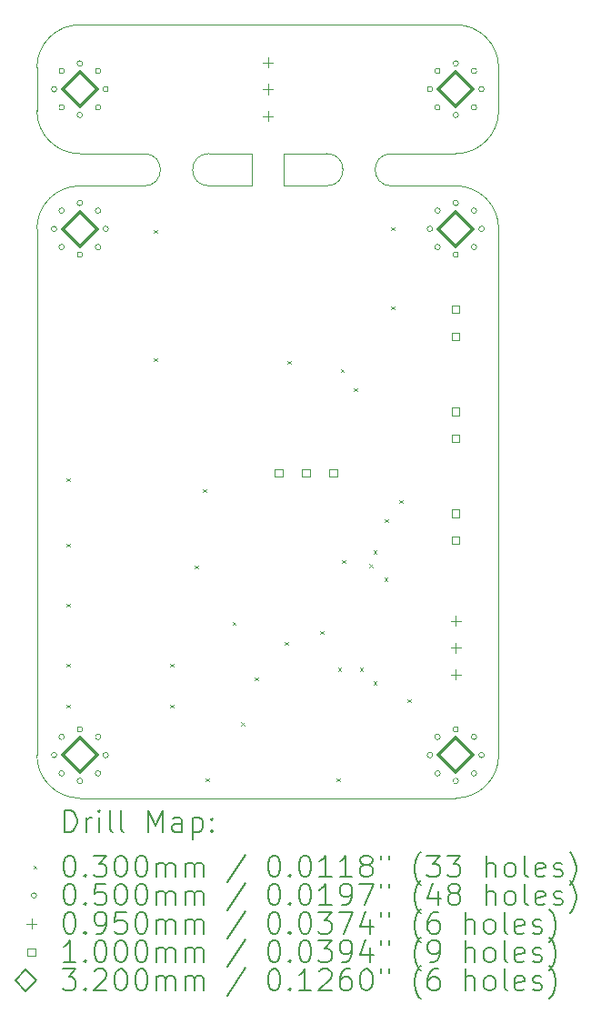
<source format=gbr>
%TF.GenerationSoftware,KiCad,Pcbnew,8.0.5*%
%TF.CreationDate,2025-01-18T12:13:10+01:00*%
%TF.ProjectId,Floppy voltmeter clock,466c6f70-7079-4207-966f-6c746d657465,1.0*%
%TF.SameCoordinates,Original*%
%TF.FileFunction,Drillmap*%
%TF.FilePolarity,Positive*%
%FSLAX45Y45*%
G04 Gerber Fmt 4.5, Leading zero omitted, Abs format (unit mm)*
G04 Created by KiCad (PCBNEW 8.0.5) date 2025-01-18 12:13:10*
%MOMM*%
%LPD*%
G01*
G04 APERTURE LIST*
%ADD10C,0.050000*%
%ADD11C,0.120000*%
%ADD12C,0.200000*%
%ADD13C,0.100000*%
%ADD14C,0.320000*%
G04 APERTURE END LIST*
D10*
X19700000Y-8300000D02*
X19700000Y-8000000D01*
X18100000Y-8000000D02*
G75*
G02*
X17700000Y-7600000I0J400000D01*
G01*
X21600000Y-6800000D02*
G75*
G02*
X22000000Y-7200000I0J-400000D01*
G01*
X18100000Y-14000000D02*
G75*
G02*
X17700000Y-13600000I0J400000D01*
G01*
X21000000Y-8000000D02*
X21600000Y-8000000D01*
X21600000Y-14000000D02*
X18100000Y-14000000D01*
X17700000Y-8700000D02*
G75*
G02*
X18100000Y-8300000I400000J0D01*
G01*
X22000000Y-7200000D02*
X22000000Y-7600000D01*
X19300000Y-8300000D02*
X19700000Y-8300000D01*
X22000000Y-7600000D02*
G75*
G02*
X21600000Y-8000000I-400000J0D01*
G01*
X22000000Y-13600000D02*
X22000000Y-8700000D01*
X21600000Y-6800000D02*
X18100000Y-6800000D01*
X22000000Y-13600000D02*
G75*
G02*
X21600000Y-14000000I-400000J0D01*
G01*
X18100000Y-8000000D02*
X18700000Y-8000000D01*
X20000000Y-8000000D02*
X20000000Y-8300000D01*
X17700000Y-8700000D02*
X17700000Y-13600000D01*
X17700000Y-7200000D02*
X17700000Y-7600000D01*
X19700000Y-8000000D02*
X19300000Y-8000000D01*
X20000000Y-8300000D02*
X20400000Y-8300000D01*
X21600000Y-8300000D02*
X21000000Y-8300000D01*
X21600000Y-8300000D02*
G75*
G02*
X22000000Y-8700000I0J-400000D01*
G01*
X20400000Y-8000000D02*
X20000000Y-8000000D01*
X18700000Y-8300000D02*
X18100000Y-8300000D01*
X17700000Y-7200000D02*
G75*
G02*
X18100000Y-6800000I400000J0D01*
G01*
D11*
X20400000Y-8000000D02*
G75*
G02*
X20400000Y-8300000I0J-150000D01*
G01*
X21000000Y-8300000D02*
G75*
G02*
X21000000Y-8000000I0J150000D01*
G01*
X18700000Y-8000000D02*
G75*
G02*
X18700000Y-8300000I0J-150000D01*
G01*
X19300000Y-8300000D02*
G75*
G02*
X19300000Y-8000000I0J150000D01*
G01*
D12*
D13*
X17978200Y-11019600D02*
X18008200Y-11049600D01*
X18008200Y-11019600D02*
X17978200Y-11049600D01*
X17978200Y-11629200D02*
X18008200Y-11659200D01*
X18008200Y-11629200D02*
X17978200Y-11659200D01*
X17978200Y-12188000D02*
X18008200Y-12218000D01*
X18008200Y-12188000D02*
X17978200Y-12218000D01*
X17978200Y-12746800D02*
X18008200Y-12776800D01*
X18008200Y-12746800D02*
X17978200Y-12776800D01*
X17978200Y-13127800D02*
X18008200Y-13157800D01*
X18008200Y-13127800D02*
X17978200Y-13157800D01*
X18791000Y-8708200D02*
X18821000Y-8738200D01*
X18821000Y-8708200D02*
X18791000Y-8738200D01*
X18791000Y-9902000D02*
X18821000Y-9932000D01*
X18821000Y-9902000D02*
X18791000Y-9932000D01*
X18943400Y-12746800D02*
X18973400Y-12776800D01*
X18973400Y-12746800D02*
X18943400Y-12776800D01*
X18943400Y-13127800D02*
X18973400Y-13157800D01*
X18973400Y-13127800D02*
X18943400Y-13157800D01*
X19172000Y-11832400D02*
X19202000Y-11862400D01*
X19202000Y-11832400D02*
X19172000Y-11862400D01*
X19248200Y-11121200D02*
X19278200Y-11151200D01*
X19278200Y-11121200D02*
X19248200Y-11151200D01*
X19273600Y-13813600D02*
X19303600Y-13843600D01*
X19303600Y-13813600D02*
X19273600Y-13843600D01*
X19521300Y-12359400D02*
X19551300Y-12389400D01*
X19551300Y-12359400D02*
X19521300Y-12389400D01*
X19603800Y-13292900D02*
X19633800Y-13322900D01*
X19633800Y-13292900D02*
X19603800Y-13322900D01*
X19730800Y-12873800D02*
X19760800Y-12903800D01*
X19760800Y-12873800D02*
X19730800Y-12903800D01*
X20010200Y-12543600D02*
X20040200Y-12573600D01*
X20040200Y-12543600D02*
X20010200Y-12573600D01*
X20035600Y-9927400D02*
X20065600Y-9957400D01*
X20065600Y-9927400D02*
X20035600Y-9957400D01*
X20340400Y-12442000D02*
X20370400Y-12472000D01*
X20370400Y-12442000D02*
X20340400Y-12472000D01*
X20492800Y-13813600D02*
X20522800Y-13843600D01*
X20522800Y-13813600D02*
X20492800Y-13843600D01*
X20505500Y-12784900D02*
X20535500Y-12814900D01*
X20535500Y-12784900D02*
X20505500Y-12814900D01*
X20530900Y-10003600D02*
X20560900Y-10033600D01*
X20560900Y-10003600D02*
X20530900Y-10033600D01*
X20543600Y-11781600D02*
X20573600Y-11811600D01*
X20573600Y-11781600D02*
X20543600Y-11811600D01*
X20653900Y-10181400D02*
X20683900Y-10211400D01*
X20683900Y-10181400D02*
X20653900Y-10211400D01*
X20708700Y-12784900D02*
X20738700Y-12814900D01*
X20738700Y-12784900D02*
X20708700Y-12814900D01*
X20797600Y-11819700D02*
X20827600Y-11849700D01*
X20827600Y-11819700D02*
X20797600Y-11849700D01*
X20835700Y-11692700D02*
X20865700Y-11722700D01*
X20865700Y-11692700D02*
X20835700Y-11722700D01*
X20835700Y-12911900D02*
X20865700Y-12941900D01*
X20865700Y-12911900D02*
X20835700Y-12941900D01*
X20937300Y-11946700D02*
X20967300Y-11976700D01*
X20967300Y-11946700D02*
X20937300Y-11976700D01*
X20941700Y-11400600D02*
X20971700Y-11430600D01*
X20971700Y-11400600D02*
X20941700Y-11430600D01*
X21000800Y-8682800D02*
X21030800Y-8712800D01*
X21030800Y-8682800D02*
X21000800Y-8712800D01*
X21000800Y-9419400D02*
X21030800Y-9449400D01*
X21030800Y-9419400D02*
X21000800Y-9449400D01*
X21077000Y-11222800D02*
X21107000Y-11252800D01*
X21107000Y-11222800D02*
X21077000Y-11252800D01*
X21153200Y-13077000D02*
X21183200Y-13107000D01*
X21183200Y-13077000D02*
X21153200Y-13107000D01*
X17885000Y-7400000D02*
G75*
G02*
X17835000Y-7400000I-25000J0D01*
G01*
X17835000Y-7400000D02*
G75*
G02*
X17885000Y-7400000I25000J0D01*
G01*
X17885000Y-8700000D02*
G75*
G02*
X17835000Y-8700000I-25000J0D01*
G01*
X17835000Y-8700000D02*
G75*
G02*
X17885000Y-8700000I25000J0D01*
G01*
X17885000Y-13600000D02*
G75*
G02*
X17835000Y-13600000I-25000J0D01*
G01*
X17835000Y-13600000D02*
G75*
G02*
X17885000Y-13600000I25000J0D01*
G01*
X17955294Y-7230294D02*
G75*
G02*
X17905294Y-7230294I-25000J0D01*
G01*
X17905294Y-7230294D02*
G75*
G02*
X17955294Y-7230294I25000J0D01*
G01*
X17955294Y-7569706D02*
G75*
G02*
X17905294Y-7569706I-25000J0D01*
G01*
X17905294Y-7569706D02*
G75*
G02*
X17955294Y-7569706I25000J0D01*
G01*
X17955294Y-8530294D02*
G75*
G02*
X17905294Y-8530294I-25000J0D01*
G01*
X17905294Y-8530294D02*
G75*
G02*
X17955294Y-8530294I25000J0D01*
G01*
X17955294Y-8869706D02*
G75*
G02*
X17905294Y-8869706I-25000J0D01*
G01*
X17905294Y-8869706D02*
G75*
G02*
X17955294Y-8869706I25000J0D01*
G01*
X17955294Y-13430294D02*
G75*
G02*
X17905294Y-13430294I-25000J0D01*
G01*
X17905294Y-13430294D02*
G75*
G02*
X17955294Y-13430294I25000J0D01*
G01*
X17955294Y-13769706D02*
G75*
G02*
X17905294Y-13769706I-25000J0D01*
G01*
X17905294Y-13769706D02*
G75*
G02*
X17955294Y-13769706I25000J0D01*
G01*
X18125000Y-7160000D02*
G75*
G02*
X18075000Y-7160000I-25000J0D01*
G01*
X18075000Y-7160000D02*
G75*
G02*
X18125000Y-7160000I25000J0D01*
G01*
X18125000Y-7640000D02*
G75*
G02*
X18075000Y-7640000I-25000J0D01*
G01*
X18075000Y-7640000D02*
G75*
G02*
X18125000Y-7640000I25000J0D01*
G01*
X18125000Y-8460000D02*
G75*
G02*
X18075000Y-8460000I-25000J0D01*
G01*
X18075000Y-8460000D02*
G75*
G02*
X18125000Y-8460000I25000J0D01*
G01*
X18125000Y-8940000D02*
G75*
G02*
X18075000Y-8940000I-25000J0D01*
G01*
X18075000Y-8940000D02*
G75*
G02*
X18125000Y-8940000I25000J0D01*
G01*
X18125000Y-13360000D02*
G75*
G02*
X18075000Y-13360000I-25000J0D01*
G01*
X18075000Y-13360000D02*
G75*
G02*
X18125000Y-13360000I25000J0D01*
G01*
X18125000Y-13840000D02*
G75*
G02*
X18075000Y-13840000I-25000J0D01*
G01*
X18075000Y-13840000D02*
G75*
G02*
X18125000Y-13840000I25000J0D01*
G01*
X18294706Y-7230294D02*
G75*
G02*
X18244706Y-7230294I-25000J0D01*
G01*
X18244706Y-7230294D02*
G75*
G02*
X18294706Y-7230294I25000J0D01*
G01*
X18294706Y-7569706D02*
G75*
G02*
X18244706Y-7569706I-25000J0D01*
G01*
X18244706Y-7569706D02*
G75*
G02*
X18294706Y-7569706I25000J0D01*
G01*
X18294706Y-8530294D02*
G75*
G02*
X18244706Y-8530294I-25000J0D01*
G01*
X18244706Y-8530294D02*
G75*
G02*
X18294706Y-8530294I25000J0D01*
G01*
X18294706Y-8869706D02*
G75*
G02*
X18244706Y-8869706I-25000J0D01*
G01*
X18244706Y-8869706D02*
G75*
G02*
X18294706Y-8869706I25000J0D01*
G01*
X18294706Y-13430294D02*
G75*
G02*
X18244706Y-13430294I-25000J0D01*
G01*
X18244706Y-13430294D02*
G75*
G02*
X18294706Y-13430294I25000J0D01*
G01*
X18294706Y-13769706D02*
G75*
G02*
X18244706Y-13769706I-25000J0D01*
G01*
X18244706Y-13769706D02*
G75*
G02*
X18294706Y-13769706I25000J0D01*
G01*
X18365000Y-7400000D02*
G75*
G02*
X18315000Y-7400000I-25000J0D01*
G01*
X18315000Y-7400000D02*
G75*
G02*
X18365000Y-7400000I25000J0D01*
G01*
X18365000Y-8700000D02*
G75*
G02*
X18315000Y-8700000I-25000J0D01*
G01*
X18315000Y-8700000D02*
G75*
G02*
X18365000Y-8700000I25000J0D01*
G01*
X18365000Y-13600000D02*
G75*
G02*
X18315000Y-13600000I-25000J0D01*
G01*
X18315000Y-13600000D02*
G75*
G02*
X18365000Y-13600000I25000J0D01*
G01*
X21385000Y-7400000D02*
G75*
G02*
X21335000Y-7400000I-25000J0D01*
G01*
X21335000Y-7400000D02*
G75*
G02*
X21385000Y-7400000I25000J0D01*
G01*
X21385000Y-8700000D02*
G75*
G02*
X21335000Y-8700000I-25000J0D01*
G01*
X21335000Y-8700000D02*
G75*
G02*
X21385000Y-8700000I25000J0D01*
G01*
X21385000Y-13600000D02*
G75*
G02*
X21335000Y-13600000I-25000J0D01*
G01*
X21335000Y-13600000D02*
G75*
G02*
X21385000Y-13600000I25000J0D01*
G01*
X21455294Y-7230294D02*
G75*
G02*
X21405294Y-7230294I-25000J0D01*
G01*
X21405294Y-7230294D02*
G75*
G02*
X21455294Y-7230294I25000J0D01*
G01*
X21455294Y-7569706D02*
G75*
G02*
X21405294Y-7569706I-25000J0D01*
G01*
X21405294Y-7569706D02*
G75*
G02*
X21455294Y-7569706I25000J0D01*
G01*
X21455294Y-8530294D02*
G75*
G02*
X21405294Y-8530294I-25000J0D01*
G01*
X21405294Y-8530294D02*
G75*
G02*
X21455294Y-8530294I25000J0D01*
G01*
X21455294Y-8869706D02*
G75*
G02*
X21405294Y-8869706I-25000J0D01*
G01*
X21405294Y-8869706D02*
G75*
G02*
X21455294Y-8869706I25000J0D01*
G01*
X21455294Y-13430294D02*
G75*
G02*
X21405294Y-13430294I-25000J0D01*
G01*
X21405294Y-13430294D02*
G75*
G02*
X21455294Y-13430294I25000J0D01*
G01*
X21455294Y-13769706D02*
G75*
G02*
X21405294Y-13769706I-25000J0D01*
G01*
X21405294Y-13769706D02*
G75*
G02*
X21455294Y-13769706I25000J0D01*
G01*
X21625000Y-7160000D02*
G75*
G02*
X21575000Y-7160000I-25000J0D01*
G01*
X21575000Y-7160000D02*
G75*
G02*
X21625000Y-7160000I25000J0D01*
G01*
X21625000Y-7640000D02*
G75*
G02*
X21575000Y-7640000I-25000J0D01*
G01*
X21575000Y-7640000D02*
G75*
G02*
X21625000Y-7640000I25000J0D01*
G01*
X21625000Y-8460000D02*
G75*
G02*
X21575000Y-8460000I-25000J0D01*
G01*
X21575000Y-8460000D02*
G75*
G02*
X21625000Y-8460000I25000J0D01*
G01*
X21625000Y-8940000D02*
G75*
G02*
X21575000Y-8940000I-25000J0D01*
G01*
X21575000Y-8940000D02*
G75*
G02*
X21625000Y-8940000I25000J0D01*
G01*
X21625000Y-13360000D02*
G75*
G02*
X21575000Y-13360000I-25000J0D01*
G01*
X21575000Y-13360000D02*
G75*
G02*
X21625000Y-13360000I25000J0D01*
G01*
X21625000Y-13840000D02*
G75*
G02*
X21575000Y-13840000I-25000J0D01*
G01*
X21575000Y-13840000D02*
G75*
G02*
X21625000Y-13840000I25000J0D01*
G01*
X21794706Y-7230294D02*
G75*
G02*
X21744706Y-7230294I-25000J0D01*
G01*
X21744706Y-7230294D02*
G75*
G02*
X21794706Y-7230294I25000J0D01*
G01*
X21794706Y-7569706D02*
G75*
G02*
X21744706Y-7569706I-25000J0D01*
G01*
X21744706Y-7569706D02*
G75*
G02*
X21794706Y-7569706I25000J0D01*
G01*
X21794706Y-8530294D02*
G75*
G02*
X21744706Y-8530294I-25000J0D01*
G01*
X21744706Y-8530294D02*
G75*
G02*
X21794706Y-8530294I25000J0D01*
G01*
X21794706Y-8869706D02*
G75*
G02*
X21744706Y-8869706I-25000J0D01*
G01*
X21744706Y-8869706D02*
G75*
G02*
X21794706Y-8869706I25000J0D01*
G01*
X21794706Y-13430294D02*
G75*
G02*
X21744706Y-13430294I-25000J0D01*
G01*
X21744706Y-13430294D02*
G75*
G02*
X21794706Y-13430294I25000J0D01*
G01*
X21794706Y-13769706D02*
G75*
G02*
X21744706Y-13769706I-25000J0D01*
G01*
X21744706Y-13769706D02*
G75*
G02*
X21794706Y-13769706I25000J0D01*
G01*
X21865000Y-7400000D02*
G75*
G02*
X21815000Y-7400000I-25000J0D01*
G01*
X21815000Y-7400000D02*
G75*
G02*
X21865000Y-7400000I25000J0D01*
G01*
X21865000Y-8700000D02*
G75*
G02*
X21815000Y-8700000I-25000J0D01*
G01*
X21815000Y-8700000D02*
G75*
G02*
X21865000Y-8700000I25000J0D01*
G01*
X21865000Y-13600000D02*
G75*
G02*
X21815000Y-13600000I-25000J0D01*
G01*
X21815000Y-13600000D02*
G75*
G02*
X21865000Y-13600000I25000J0D01*
G01*
X19852500Y-7102500D02*
X19852500Y-7197500D01*
X19805000Y-7150000D02*
X19900000Y-7150000D01*
X19852500Y-7352500D02*
X19852500Y-7447500D01*
X19805000Y-7400000D02*
X19900000Y-7400000D01*
X19852500Y-7602500D02*
X19852500Y-7697500D01*
X19805000Y-7650000D02*
X19900000Y-7650000D01*
X21600000Y-12302500D02*
X21600000Y-12397500D01*
X21552500Y-12350000D02*
X21647500Y-12350000D01*
X21600000Y-12552500D02*
X21600000Y-12647500D01*
X21552500Y-12600000D02*
X21647500Y-12600000D01*
X21600000Y-12802500D02*
X21600000Y-12897500D01*
X21552500Y-12850000D02*
X21647500Y-12850000D01*
X19985856Y-11006456D02*
X19985856Y-10935744D01*
X19915144Y-10935744D01*
X19915144Y-11006456D01*
X19985856Y-11006456D01*
X20239856Y-11006456D02*
X20239856Y-10935744D01*
X20169144Y-10935744D01*
X20169144Y-11006456D01*
X20239856Y-11006456D01*
X20493856Y-11006456D02*
X20493856Y-10935744D01*
X20423144Y-10935744D01*
X20423144Y-11006456D01*
X20493856Y-11006456D01*
X21635356Y-9485356D02*
X21635356Y-9414644D01*
X21564644Y-9414644D01*
X21564644Y-9485356D01*
X21635356Y-9485356D01*
X21635356Y-9735356D02*
X21635356Y-9664644D01*
X21564644Y-9664644D01*
X21564644Y-9735356D01*
X21635356Y-9735356D01*
X21635356Y-10435356D02*
X21635356Y-10364644D01*
X21564644Y-10364644D01*
X21564644Y-10435356D01*
X21635356Y-10435356D01*
X21635356Y-10685356D02*
X21635356Y-10614644D01*
X21564644Y-10614644D01*
X21564644Y-10685356D01*
X21635356Y-10685356D01*
X21635356Y-11385356D02*
X21635356Y-11314644D01*
X21564644Y-11314644D01*
X21564644Y-11385356D01*
X21635356Y-11385356D01*
X21635356Y-11635356D02*
X21635356Y-11564644D01*
X21564644Y-11564644D01*
X21564644Y-11635356D01*
X21635356Y-11635356D01*
D14*
X18100000Y-7560000D02*
X18260000Y-7400000D01*
X18100000Y-7240000D01*
X17940000Y-7400000D01*
X18100000Y-7560000D01*
X18100000Y-8860000D02*
X18260000Y-8700000D01*
X18100000Y-8540000D01*
X17940000Y-8700000D01*
X18100000Y-8860000D01*
X18100000Y-13760000D02*
X18260000Y-13600000D01*
X18100000Y-13440000D01*
X17940000Y-13600000D01*
X18100000Y-13760000D01*
X21600000Y-7560000D02*
X21760000Y-7400000D01*
X21600000Y-7240000D01*
X21440000Y-7400000D01*
X21600000Y-7560000D01*
X21600000Y-8860000D02*
X21760000Y-8700000D01*
X21600000Y-8540000D01*
X21440000Y-8700000D01*
X21600000Y-8860000D01*
X21600000Y-13760000D02*
X21760000Y-13600000D01*
X21600000Y-13440000D01*
X21440000Y-13600000D01*
X21600000Y-13760000D01*
D12*
X17958277Y-14313984D02*
X17958277Y-14113984D01*
X17958277Y-14113984D02*
X18005896Y-14113984D01*
X18005896Y-14113984D02*
X18034467Y-14123508D01*
X18034467Y-14123508D02*
X18053515Y-14142555D01*
X18053515Y-14142555D02*
X18063039Y-14161603D01*
X18063039Y-14161603D02*
X18072563Y-14199698D01*
X18072563Y-14199698D02*
X18072563Y-14228269D01*
X18072563Y-14228269D02*
X18063039Y-14266365D01*
X18063039Y-14266365D02*
X18053515Y-14285412D01*
X18053515Y-14285412D02*
X18034467Y-14304460D01*
X18034467Y-14304460D02*
X18005896Y-14313984D01*
X18005896Y-14313984D02*
X17958277Y-14313984D01*
X18158277Y-14313984D02*
X18158277Y-14180650D01*
X18158277Y-14218746D02*
X18167801Y-14199698D01*
X18167801Y-14199698D02*
X18177324Y-14190174D01*
X18177324Y-14190174D02*
X18196372Y-14180650D01*
X18196372Y-14180650D02*
X18215420Y-14180650D01*
X18282086Y-14313984D02*
X18282086Y-14180650D01*
X18282086Y-14113984D02*
X18272563Y-14123508D01*
X18272563Y-14123508D02*
X18282086Y-14133031D01*
X18282086Y-14133031D02*
X18291610Y-14123508D01*
X18291610Y-14123508D02*
X18282086Y-14113984D01*
X18282086Y-14113984D02*
X18282086Y-14133031D01*
X18405896Y-14313984D02*
X18386848Y-14304460D01*
X18386848Y-14304460D02*
X18377324Y-14285412D01*
X18377324Y-14285412D02*
X18377324Y-14113984D01*
X18510658Y-14313984D02*
X18491610Y-14304460D01*
X18491610Y-14304460D02*
X18482086Y-14285412D01*
X18482086Y-14285412D02*
X18482086Y-14113984D01*
X18739229Y-14313984D02*
X18739229Y-14113984D01*
X18739229Y-14113984D02*
X18805896Y-14256841D01*
X18805896Y-14256841D02*
X18872563Y-14113984D01*
X18872563Y-14113984D02*
X18872563Y-14313984D01*
X19053515Y-14313984D02*
X19053515Y-14209222D01*
X19053515Y-14209222D02*
X19043991Y-14190174D01*
X19043991Y-14190174D02*
X19024944Y-14180650D01*
X19024944Y-14180650D02*
X18986848Y-14180650D01*
X18986848Y-14180650D02*
X18967801Y-14190174D01*
X19053515Y-14304460D02*
X19034467Y-14313984D01*
X19034467Y-14313984D02*
X18986848Y-14313984D01*
X18986848Y-14313984D02*
X18967801Y-14304460D01*
X18967801Y-14304460D02*
X18958277Y-14285412D01*
X18958277Y-14285412D02*
X18958277Y-14266365D01*
X18958277Y-14266365D02*
X18967801Y-14247317D01*
X18967801Y-14247317D02*
X18986848Y-14237793D01*
X18986848Y-14237793D02*
X19034467Y-14237793D01*
X19034467Y-14237793D02*
X19053515Y-14228269D01*
X19148753Y-14180650D02*
X19148753Y-14380650D01*
X19148753Y-14190174D02*
X19167801Y-14180650D01*
X19167801Y-14180650D02*
X19205896Y-14180650D01*
X19205896Y-14180650D02*
X19224944Y-14190174D01*
X19224944Y-14190174D02*
X19234467Y-14199698D01*
X19234467Y-14199698D02*
X19243991Y-14218746D01*
X19243991Y-14218746D02*
X19243991Y-14275888D01*
X19243991Y-14275888D02*
X19234467Y-14294936D01*
X19234467Y-14294936D02*
X19224944Y-14304460D01*
X19224944Y-14304460D02*
X19205896Y-14313984D01*
X19205896Y-14313984D02*
X19167801Y-14313984D01*
X19167801Y-14313984D02*
X19148753Y-14304460D01*
X19329705Y-14294936D02*
X19339229Y-14304460D01*
X19339229Y-14304460D02*
X19329705Y-14313984D01*
X19329705Y-14313984D02*
X19320182Y-14304460D01*
X19320182Y-14304460D02*
X19329705Y-14294936D01*
X19329705Y-14294936D02*
X19329705Y-14313984D01*
X19329705Y-14190174D02*
X19339229Y-14199698D01*
X19339229Y-14199698D02*
X19329705Y-14209222D01*
X19329705Y-14209222D02*
X19320182Y-14199698D01*
X19320182Y-14199698D02*
X19329705Y-14190174D01*
X19329705Y-14190174D02*
X19329705Y-14209222D01*
D13*
X17667500Y-14627500D02*
X17697500Y-14657500D01*
X17697500Y-14627500D02*
X17667500Y-14657500D01*
D12*
X17996372Y-14533984D02*
X18015420Y-14533984D01*
X18015420Y-14533984D02*
X18034467Y-14543508D01*
X18034467Y-14543508D02*
X18043991Y-14553031D01*
X18043991Y-14553031D02*
X18053515Y-14572079D01*
X18053515Y-14572079D02*
X18063039Y-14610174D01*
X18063039Y-14610174D02*
X18063039Y-14657793D01*
X18063039Y-14657793D02*
X18053515Y-14695888D01*
X18053515Y-14695888D02*
X18043991Y-14714936D01*
X18043991Y-14714936D02*
X18034467Y-14724460D01*
X18034467Y-14724460D02*
X18015420Y-14733984D01*
X18015420Y-14733984D02*
X17996372Y-14733984D01*
X17996372Y-14733984D02*
X17977324Y-14724460D01*
X17977324Y-14724460D02*
X17967801Y-14714936D01*
X17967801Y-14714936D02*
X17958277Y-14695888D01*
X17958277Y-14695888D02*
X17948753Y-14657793D01*
X17948753Y-14657793D02*
X17948753Y-14610174D01*
X17948753Y-14610174D02*
X17958277Y-14572079D01*
X17958277Y-14572079D02*
X17967801Y-14553031D01*
X17967801Y-14553031D02*
X17977324Y-14543508D01*
X17977324Y-14543508D02*
X17996372Y-14533984D01*
X18148753Y-14714936D02*
X18158277Y-14724460D01*
X18158277Y-14724460D02*
X18148753Y-14733984D01*
X18148753Y-14733984D02*
X18139229Y-14724460D01*
X18139229Y-14724460D02*
X18148753Y-14714936D01*
X18148753Y-14714936D02*
X18148753Y-14733984D01*
X18224944Y-14533984D02*
X18348753Y-14533984D01*
X18348753Y-14533984D02*
X18282086Y-14610174D01*
X18282086Y-14610174D02*
X18310658Y-14610174D01*
X18310658Y-14610174D02*
X18329705Y-14619698D01*
X18329705Y-14619698D02*
X18339229Y-14629222D01*
X18339229Y-14629222D02*
X18348753Y-14648269D01*
X18348753Y-14648269D02*
X18348753Y-14695888D01*
X18348753Y-14695888D02*
X18339229Y-14714936D01*
X18339229Y-14714936D02*
X18329705Y-14724460D01*
X18329705Y-14724460D02*
X18310658Y-14733984D01*
X18310658Y-14733984D02*
X18253515Y-14733984D01*
X18253515Y-14733984D02*
X18234467Y-14724460D01*
X18234467Y-14724460D02*
X18224944Y-14714936D01*
X18472563Y-14533984D02*
X18491610Y-14533984D01*
X18491610Y-14533984D02*
X18510658Y-14543508D01*
X18510658Y-14543508D02*
X18520182Y-14553031D01*
X18520182Y-14553031D02*
X18529705Y-14572079D01*
X18529705Y-14572079D02*
X18539229Y-14610174D01*
X18539229Y-14610174D02*
X18539229Y-14657793D01*
X18539229Y-14657793D02*
X18529705Y-14695888D01*
X18529705Y-14695888D02*
X18520182Y-14714936D01*
X18520182Y-14714936D02*
X18510658Y-14724460D01*
X18510658Y-14724460D02*
X18491610Y-14733984D01*
X18491610Y-14733984D02*
X18472563Y-14733984D01*
X18472563Y-14733984D02*
X18453515Y-14724460D01*
X18453515Y-14724460D02*
X18443991Y-14714936D01*
X18443991Y-14714936D02*
X18434467Y-14695888D01*
X18434467Y-14695888D02*
X18424944Y-14657793D01*
X18424944Y-14657793D02*
X18424944Y-14610174D01*
X18424944Y-14610174D02*
X18434467Y-14572079D01*
X18434467Y-14572079D02*
X18443991Y-14553031D01*
X18443991Y-14553031D02*
X18453515Y-14543508D01*
X18453515Y-14543508D02*
X18472563Y-14533984D01*
X18663039Y-14533984D02*
X18682086Y-14533984D01*
X18682086Y-14533984D02*
X18701134Y-14543508D01*
X18701134Y-14543508D02*
X18710658Y-14553031D01*
X18710658Y-14553031D02*
X18720182Y-14572079D01*
X18720182Y-14572079D02*
X18729705Y-14610174D01*
X18729705Y-14610174D02*
X18729705Y-14657793D01*
X18729705Y-14657793D02*
X18720182Y-14695888D01*
X18720182Y-14695888D02*
X18710658Y-14714936D01*
X18710658Y-14714936D02*
X18701134Y-14724460D01*
X18701134Y-14724460D02*
X18682086Y-14733984D01*
X18682086Y-14733984D02*
X18663039Y-14733984D01*
X18663039Y-14733984D02*
X18643991Y-14724460D01*
X18643991Y-14724460D02*
X18634467Y-14714936D01*
X18634467Y-14714936D02*
X18624944Y-14695888D01*
X18624944Y-14695888D02*
X18615420Y-14657793D01*
X18615420Y-14657793D02*
X18615420Y-14610174D01*
X18615420Y-14610174D02*
X18624944Y-14572079D01*
X18624944Y-14572079D02*
X18634467Y-14553031D01*
X18634467Y-14553031D02*
X18643991Y-14543508D01*
X18643991Y-14543508D02*
X18663039Y-14533984D01*
X18815420Y-14733984D02*
X18815420Y-14600650D01*
X18815420Y-14619698D02*
X18824944Y-14610174D01*
X18824944Y-14610174D02*
X18843991Y-14600650D01*
X18843991Y-14600650D02*
X18872563Y-14600650D01*
X18872563Y-14600650D02*
X18891610Y-14610174D01*
X18891610Y-14610174D02*
X18901134Y-14629222D01*
X18901134Y-14629222D02*
X18901134Y-14733984D01*
X18901134Y-14629222D02*
X18910658Y-14610174D01*
X18910658Y-14610174D02*
X18929705Y-14600650D01*
X18929705Y-14600650D02*
X18958277Y-14600650D01*
X18958277Y-14600650D02*
X18977325Y-14610174D01*
X18977325Y-14610174D02*
X18986848Y-14629222D01*
X18986848Y-14629222D02*
X18986848Y-14733984D01*
X19082086Y-14733984D02*
X19082086Y-14600650D01*
X19082086Y-14619698D02*
X19091610Y-14610174D01*
X19091610Y-14610174D02*
X19110658Y-14600650D01*
X19110658Y-14600650D02*
X19139229Y-14600650D01*
X19139229Y-14600650D02*
X19158277Y-14610174D01*
X19158277Y-14610174D02*
X19167801Y-14629222D01*
X19167801Y-14629222D02*
X19167801Y-14733984D01*
X19167801Y-14629222D02*
X19177325Y-14610174D01*
X19177325Y-14610174D02*
X19196372Y-14600650D01*
X19196372Y-14600650D02*
X19224944Y-14600650D01*
X19224944Y-14600650D02*
X19243991Y-14610174D01*
X19243991Y-14610174D02*
X19253515Y-14629222D01*
X19253515Y-14629222D02*
X19253515Y-14733984D01*
X19643991Y-14524460D02*
X19472563Y-14781603D01*
X19901134Y-14533984D02*
X19920182Y-14533984D01*
X19920182Y-14533984D02*
X19939229Y-14543508D01*
X19939229Y-14543508D02*
X19948753Y-14553031D01*
X19948753Y-14553031D02*
X19958277Y-14572079D01*
X19958277Y-14572079D02*
X19967801Y-14610174D01*
X19967801Y-14610174D02*
X19967801Y-14657793D01*
X19967801Y-14657793D02*
X19958277Y-14695888D01*
X19958277Y-14695888D02*
X19948753Y-14714936D01*
X19948753Y-14714936D02*
X19939229Y-14724460D01*
X19939229Y-14724460D02*
X19920182Y-14733984D01*
X19920182Y-14733984D02*
X19901134Y-14733984D01*
X19901134Y-14733984D02*
X19882087Y-14724460D01*
X19882087Y-14724460D02*
X19872563Y-14714936D01*
X19872563Y-14714936D02*
X19863039Y-14695888D01*
X19863039Y-14695888D02*
X19853515Y-14657793D01*
X19853515Y-14657793D02*
X19853515Y-14610174D01*
X19853515Y-14610174D02*
X19863039Y-14572079D01*
X19863039Y-14572079D02*
X19872563Y-14553031D01*
X19872563Y-14553031D02*
X19882087Y-14543508D01*
X19882087Y-14543508D02*
X19901134Y-14533984D01*
X20053515Y-14714936D02*
X20063039Y-14724460D01*
X20063039Y-14724460D02*
X20053515Y-14733984D01*
X20053515Y-14733984D02*
X20043991Y-14724460D01*
X20043991Y-14724460D02*
X20053515Y-14714936D01*
X20053515Y-14714936D02*
X20053515Y-14733984D01*
X20186848Y-14533984D02*
X20205896Y-14533984D01*
X20205896Y-14533984D02*
X20224944Y-14543508D01*
X20224944Y-14543508D02*
X20234468Y-14553031D01*
X20234468Y-14553031D02*
X20243991Y-14572079D01*
X20243991Y-14572079D02*
X20253515Y-14610174D01*
X20253515Y-14610174D02*
X20253515Y-14657793D01*
X20253515Y-14657793D02*
X20243991Y-14695888D01*
X20243991Y-14695888D02*
X20234468Y-14714936D01*
X20234468Y-14714936D02*
X20224944Y-14724460D01*
X20224944Y-14724460D02*
X20205896Y-14733984D01*
X20205896Y-14733984D02*
X20186848Y-14733984D01*
X20186848Y-14733984D02*
X20167801Y-14724460D01*
X20167801Y-14724460D02*
X20158277Y-14714936D01*
X20158277Y-14714936D02*
X20148753Y-14695888D01*
X20148753Y-14695888D02*
X20139229Y-14657793D01*
X20139229Y-14657793D02*
X20139229Y-14610174D01*
X20139229Y-14610174D02*
X20148753Y-14572079D01*
X20148753Y-14572079D02*
X20158277Y-14553031D01*
X20158277Y-14553031D02*
X20167801Y-14543508D01*
X20167801Y-14543508D02*
X20186848Y-14533984D01*
X20443991Y-14733984D02*
X20329706Y-14733984D01*
X20386848Y-14733984D02*
X20386848Y-14533984D01*
X20386848Y-14533984D02*
X20367801Y-14562555D01*
X20367801Y-14562555D02*
X20348753Y-14581603D01*
X20348753Y-14581603D02*
X20329706Y-14591127D01*
X20634468Y-14733984D02*
X20520182Y-14733984D01*
X20577325Y-14733984D02*
X20577325Y-14533984D01*
X20577325Y-14533984D02*
X20558277Y-14562555D01*
X20558277Y-14562555D02*
X20539229Y-14581603D01*
X20539229Y-14581603D02*
X20520182Y-14591127D01*
X20748753Y-14619698D02*
X20729706Y-14610174D01*
X20729706Y-14610174D02*
X20720182Y-14600650D01*
X20720182Y-14600650D02*
X20710658Y-14581603D01*
X20710658Y-14581603D02*
X20710658Y-14572079D01*
X20710658Y-14572079D02*
X20720182Y-14553031D01*
X20720182Y-14553031D02*
X20729706Y-14543508D01*
X20729706Y-14543508D02*
X20748753Y-14533984D01*
X20748753Y-14533984D02*
X20786849Y-14533984D01*
X20786849Y-14533984D02*
X20805896Y-14543508D01*
X20805896Y-14543508D02*
X20815420Y-14553031D01*
X20815420Y-14553031D02*
X20824944Y-14572079D01*
X20824944Y-14572079D02*
X20824944Y-14581603D01*
X20824944Y-14581603D02*
X20815420Y-14600650D01*
X20815420Y-14600650D02*
X20805896Y-14610174D01*
X20805896Y-14610174D02*
X20786849Y-14619698D01*
X20786849Y-14619698D02*
X20748753Y-14619698D01*
X20748753Y-14619698D02*
X20729706Y-14629222D01*
X20729706Y-14629222D02*
X20720182Y-14638746D01*
X20720182Y-14638746D02*
X20710658Y-14657793D01*
X20710658Y-14657793D02*
X20710658Y-14695888D01*
X20710658Y-14695888D02*
X20720182Y-14714936D01*
X20720182Y-14714936D02*
X20729706Y-14724460D01*
X20729706Y-14724460D02*
X20748753Y-14733984D01*
X20748753Y-14733984D02*
X20786849Y-14733984D01*
X20786849Y-14733984D02*
X20805896Y-14724460D01*
X20805896Y-14724460D02*
X20815420Y-14714936D01*
X20815420Y-14714936D02*
X20824944Y-14695888D01*
X20824944Y-14695888D02*
X20824944Y-14657793D01*
X20824944Y-14657793D02*
X20815420Y-14638746D01*
X20815420Y-14638746D02*
X20805896Y-14629222D01*
X20805896Y-14629222D02*
X20786849Y-14619698D01*
X20901134Y-14533984D02*
X20901134Y-14572079D01*
X20977325Y-14533984D02*
X20977325Y-14572079D01*
X21272563Y-14810174D02*
X21263039Y-14800650D01*
X21263039Y-14800650D02*
X21243991Y-14772079D01*
X21243991Y-14772079D02*
X21234468Y-14753031D01*
X21234468Y-14753031D02*
X21224944Y-14724460D01*
X21224944Y-14724460D02*
X21215420Y-14676841D01*
X21215420Y-14676841D02*
X21215420Y-14638746D01*
X21215420Y-14638746D02*
X21224944Y-14591127D01*
X21224944Y-14591127D02*
X21234468Y-14562555D01*
X21234468Y-14562555D02*
X21243991Y-14543508D01*
X21243991Y-14543508D02*
X21263039Y-14514936D01*
X21263039Y-14514936D02*
X21272563Y-14505412D01*
X21329706Y-14533984D02*
X21453515Y-14533984D01*
X21453515Y-14533984D02*
X21386849Y-14610174D01*
X21386849Y-14610174D02*
X21415420Y-14610174D01*
X21415420Y-14610174D02*
X21434468Y-14619698D01*
X21434468Y-14619698D02*
X21443991Y-14629222D01*
X21443991Y-14629222D02*
X21453515Y-14648269D01*
X21453515Y-14648269D02*
X21453515Y-14695888D01*
X21453515Y-14695888D02*
X21443991Y-14714936D01*
X21443991Y-14714936D02*
X21434468Y-14724460D01*
X21434468Y-14724460D02*
X21415420Y-14733984D01*
X21415420Y-14733984D02*
X21358277Y-14733984D01*
X21358277Y-14733984D02*
X21339230Y-14724460D01*
X21339230Y-14724460D02*
X21329706Y-14714936D01*
X21520182Y-14533984D02*
X21643991Y-14533984D01*
X21643991Y-14533984D02*
X21577325Y-14610174D01*
X21577325Y-14610174D02*
X21605896Y-14610174D01*
X21605896Y-14610174D02*
X21624944Y-14619698D01*
X21624944Y-14619698D02*
X21634468Y-14629222D01*
X21634468Y-14629222D02*
X21643991Y-14648269D01*
X21643991Y-14648269D02*
X21643991Y-14695888D01*
X21643991Y-14695888D02*
X21634468Y-14714936D01*
X21634468Y-14714936D02*
X21624944Y-14724460D01*
X21624944Y-14724460D02*
X21605896Y-14733984D01*
X21605896Y-14733984D02*
X21548753Y-14733984D01*
X21548753Y-14733984D02*
X21529706Y-14724460D01*
X21529706Y-14724460D02*
X21520182Y-14714936D01*
X21882087Y-14733984D02*
X21882087Y-14533984D01*
X21967801Y-14733984D02*
X21967801Y-14629222D01*
X21967801Y-14629222D02*
X21958277Y-14610174D01*
X21958277Y-14610174D02*
X21939230Y-14600650D01*
X21939230Y-14600650D02*
X21910658Y-14600650D01*
X21910658Y-14600650D02*
X21891611Y-14610174D01*
X21891611Y-14610174D02*
X21882087Y-14619698D01*
X22091611Y-14733984D02*
X22072563Y-14724460D01*
X22072563Y-14724460D02*
X22063039Y-14714936D01*
X22063039Y-14714936D02*
X22053515Y-14695888D01*
X22053515Y-14695888D02*
X22053515Y-14638746D01*
X22053515Y-14638746D02*
X22063039Y-14619698D01*
X22063039Y-14619698D02*
X22072563Y-14610174D01*
X22072563Y-14610174D02*
X22091611Y-14600650D01*
X22091611Y-14600650D02*
X22120182Y-14600650D01*
X22120182Y-14600650D02*
X22139230Y-14610174D01*
X22139230Y-14610174D02*
X22148753Y-14619698D01*
X22148753Y-14619698D02*
X22158277Y-14638746D01*
X22158277Y-14638746D02*
X22158277Y-14695888D01*
X22158277Y-14695888D02*
X22148753Y-14714936D01*
X22148753Y-14714936D02*
X22139230Y-14724460D01*
X22139230Y-14724460D02*
X22120182Y-14733984D01*
X22120182Y-14733984D02*
X22091611Y-14733984D01*
X22272563Y-14733984D02*
X22253515Y-14724460D01*
X22253515Y-14724460D02*
X22243992Y-14705412D01*
X22243992Y-14705412D02*
X22243992Y-14533984D01*
X22424944Y-14724460D02*
X22405896Y-14733984D01*
X22405896Y-14733984D02*
X22367801Y-14733984D01*
X22367801Y-14733984D02*
X22348753Y-14724460D01*
X22348753Y-14724460D02*
X22339230Y-14705412D01*
X22339230Y-14705412D02*
X22339230Y-14629222D01*
X22339230Y-14629222D02*
X22348753Y-14610174D01*
X22348753Y-14610174D02*
X22367801Y-14600650D01*
X22367801Y-14600650D02*
X22405896Y-14600650D01*
X22405896Y-14600650D02*
X22424944Y-14610174D01*
X22424944Y-14610174D02*
X22434468Y-14629222D01*
X22434468Y-14629222D02*
X22434468Y-14648269D01*
X22434468Y-14648269D02*
X22339230Y-14667317D01*
X22510658Y-14724460D02*
X22529706Y-14733984D01*
X22529706Y-14733984D02*
X22567801Y-14733984D01*
X22567801Y-14733984D02*
X22586849Y-14724460D01*
X22586849Y-14724460D02*
X22596372Y-14705412D01*
X22596372Y-14705412D02*
X22596372Y-14695888D01*
X22596372Y-14695888D02*
X22586849Y-14676841D01*
X22586849Y-14676841D02*
X22567801Y-14667317D01*
X22567801Y-14667317D02*
X22539230Y-14667317D01*
X22539230Y-14667317D02*
X22520182Y-14657793D01*
X22520182Y-14657793D02*
X22510658Y-14638746D01*
X22510658Y-14638746D02*
X22510658Y-14629222D01*
X22510658Y-14629222D02*
X22520182Y-14610174D01*
X22520182Y-14610174D02*
X22539230Y-14600650D01*
X22539230Y-14600650D02*
X22567801Y-14600650D01*
X22567801Y-14600650D02*
X22586849Y-14610174D01*
X22663039Y-14810174D02*
X22672563Y-14800650D01*
X22672563Y-14800650D02*
X22691611Y-14772079D01*
X22691611Y-14772079D02*
X22701134Y-14753031D01*
X22701134Y-14753031D02*
X22710658Y-14724460D01*
X22710658Y-14724460D02*
X22720182Y-14676841D01*
X22720182Y-14676841D02*
X22720182Y-14638746D01*
X22720182Y-14638746D02*
X22710658Y-14591127D01*
X22710658Y-14591127D02*
X22701134Y-14562555D01*
X22701134Y-14562555D02*
X22691611Y-14543508D01*
X22691611Y-14543508D02*
X22672563Y-14514936D01*
X22672563Y-14514936D02*
X22663039Y-14505412D01*
D13*
X17697500Y-14906500D02*
G75*
G02*
X17647500Y-14906500I-25000J0D01*
G01*
X17647500Y-14906500D02*
G75*
G02*
X17697500Y-14906500I25000J0D01*
G01*
D12*
X17996372Y-14797984D02*
X18015420Y-14797984D01*
X18015420Y-14797984D02*
X18034467Y-14807508D01*
X18034467Y-14807508D02*
X18043991Y-14817031D01*
X18043991Y-14817031D02*
X18053515Y-14836079D01*
X18053515Y-14836079D02*
X18063039Y-14874174D01*
X18063039Y-14874174D02*
X18063039Y-14921793D01*
X18063039Y-14921793D02*
X18053515Y-14959888D01*
X18053515Y-14959888D02*
X18043991Y-14978936D01*
X18043991Y-14978936D02*
X18034467Y-14988460D01*
X18034467Y-14988460D02*
X18015420Y-14997984D01*
X18015420Y-14997984D02*
X17996372Y-14997984D01*
X17996372Y-14997984D02*
X17977324Y-14988460D01*
X17977324Y-14988460D02*
X17967801Y-14978936D01*
X17967801Y-14978936D02*
X17958277Y-14959888D01*
X17958277Y-14959888D02*
X17948753Y-14921793D01*
X17948753Y-14921793D02*
X17948753Y-14874174D01*
X17948753Y-14874174D02*
X17958277Y-14836079D01*
X17958277Y-14836079D02*
X17967801Y-14817031D01*
X17967801Y-14817031D02*
X17977324Y-14807508D01*
X17977324Y-14807508D02*
X17996372Y-14797984D01*
X18148753Y-14978936D02*
X18158277Y-14988460D01*
X18158277Y-14988460D02*
X18148753Y-14997984D01*
X18148753Y-14997984D02*
X18139229Y-14988460D01*
X18139229Y-14988460D02*
X18148753Y-14978936D01*
X18148753Y-14978936D02*
X18148753Y-14997984D01*
X18339229Y-14797984D02*
X18243991Y-14797984D01*
X18243991Y-14797984D02*
X18234467Y-14893222D01*
X18234467Y-14893222D02*
X18243991Y-14883698D01*
X18243991Y-14883698D02*
X18263039Y-14874174D01*
X18263039Y-14874174D02*
X18310658Y-14874174D01*
X18310658Y-14874174D02*
X18329705Y-14883698D01*
X18329705Y-14883698D02*
X18339229Y-14893222D01*
X18339229Y-14893222D02*
X18348753Y-14912269D01*
X18348753Y-14912269D02*
X18348753Y-14959888D01*
X18348753Y-14959888D02*
X18339229Y-14978936D01*
X18339229Y-14978936D02*
X18329705Y-14988460D01*
X18329705Y-14988460D02*
X18310658Y-14997984D01*
X18310658Y-14997984D02*
X18263039Y-14997984D01*
X18263039Y-14997984D02*
X18243991Y-14988460D01*
X18243991Y-14988460D02*
X18234467Y-14978936D01*
X18472563Y-14797984D02*
X18491610Y-14797984D01*
X18491610Y-14797984D02*
X18510658Y-14807508D01*
X18510658Y-14807508D02*
X18520182Y-14817031D01*
X18520182Y-14817031D02*
X18529705Y-14836079D01*
X18529705Y-14836079D02*
X18539229Y-14874174D01*
X18539229Y-14874174D02*
X18539229Y-14921793D01*
X18539229Y-14921793D02*
X18529705Y-14959888D01*
X18529705Y-14959888D02*
X18520182Y-14978936D01*
X18520182Y-14978936D02*
X18510658Y-14988460D01*
X18510658Y-14988460D02*
X18491610Y-14997984D01*
X18491610Y-14997984D02*
X18472563Y-14997984D01*
X18472563Y-14997984D02*
X18453515Y-14988460D01*
X18453515Y-14988460D02*
X18443991Y-14978936D01*
X18443991Y-14978936D02*
X18434467Y-14959888D01*
X18434467Y-14959888D02*
X18424944Y-14921793D01*
X18424944Y-14921793D02*
X18424944Y-14874174D01*
X18424944Y-14874174D02*
X18434467Y-14836079D01*
X18434467Y-14836079D02*
X18443991Y-14817031D01*
X18443991Y-14817031D02*
X18453515Y-14807508D01*
X18453515Y-14807508D02*
X18472563Y-14797984D01*
X18663039Y-14797984D02*
X18682086Y-14797984D01*
X18682086Y-14797984D02*
X18701134Y-14807508D01*
X18701134Y-14807508D02*
X18710658Y-14817031D01*
X18710658Y-14817031D02*
X18720182Y-14836079D01*
X18720182Y-14836079D02*
X18729705Y-14874174D01*
X18729705Y-14874174D02*
X18729705Y-14921793D01*
X18729705Y-14921793D02*
X18720182Y-14959888D01*
X18720182Y-14959888D02*
X18710658Y-14978936D01*
X18710658Y-14978936D02*
X18701134Y-14988460D01*
X18701134Y-14988460D02*
X18682086Y-14997984D01*
X18682086Y-14997984D02*
X18663039Y-14997984D01*
X18663039Y-14997984D02*
X18643991Y-14988460D01*
X18643991Y-14988460D02*
X18634467Y-14978936D01*
X18634467Y-14978936D02*
X18624944Y-14959888D01*
X18624944Y-14959888D02*
X18615420Y-14921793D01*
X18615420Y-14921793D02*
X18615420Y-14874174D01*
X18615420Y-14874174D02*
X18624944Y-14836079D01*
X18624944Y-14836079D02*
X18634467Y-14817031D01*
X18634467Y-14817031D02*
X18643991Y-14807508D01*
X18643991Y-14807508D02*
X18663039Y-14797984D01*
X18815420Y-14997984D02*
X18815420Y-14864650D01*
X18815420Y-14883698D02*
X18824944Y-14874174D01*
X18824944Y-14874174D02*
X18843991Y-14864650D01*
X18843991Y-14864650D02*
X18872563Y-14864650D01*
X18872563Y-14864650D02*
X18891610Y-14874174D01*
X18891610Y-14874174D02*
X18901134Y-14893222D01*
X18901134Y-14893222D02*
X18901134Y-14997984D01*
X18901134Y-14893222D02*
X18910658Y-14874174D01*
X18910658Y-14874174D02*
X18929705Y-14864650D01*
X18929705Y-14864650D02*
X18958277Y-14864650D01*
X18958277Y-14864650D02*
X18977325Y-14874174D01*
X18977325Y-14874174D02*
X18986848Y-14893222D01*
X18986848Y-14893222D02*
X18986848Y-14997984D01*
X19082086Y-14997984D02*
X19082086Y-14864650D01*
X19082086Y-14883698D02*
X19091610Y-14874174D01*
X19091610Y-14874174D02*
X19110658Y-14864650D01*
X19110658Y-14864650D02*
X19139229Y-14864650D01*
X19139229Y-14864650D02*
X19158277Y-14874174D01*
X19158277Y-14874174D02*
X19167801Y-14893222D01*
X19167801Y-14893222D02*
X19167801Y-14997984D01*
X19167801Y-14893222D02*
X19177325Y-14874174D01*
X19177325Y-14874174D02*
X19196372Y-14864650D01*
X19196372Y-14864650D02*
X19224944Y-14864650D01*
X19224944Y-14864650D02*
X19243991Y-14874174D01*
X19243991Y-14874174D02*
X19253515Y-14893222D01*
X19253515Y-14893222D02*
X19253515Y-14997984D01*
X19643991Y-14788460D02*
X19472563Y-15045603D01*
X19901134Y-14797984D02*
X19920182Y-14797984D01*
X19920182Y-14797984D02*
X19939229Y-14807508D01*
X19939229Y-14807508D02*
X19948753Y-14817031D01*
X19948753Y-14817031D02*
X19958277Y-14836079D01*
X19958277Y-14836079D02*
X19967801Y-14874174D01*
X19967801Y-14874174D02*
X19967801Y-14921793D01*
X19967801Y-14921793D02*
X19958277Y-14959888D01*
X19958277Y-14959888D02*
X19948753Y-14978936D01*
X19948753Y-14978936D02*
X19939229Y-14988460D01*
X19939229Y-14988460D02*
X19920182Y-14997984D01*
X19920182Y-14997984D02*
X19901134Y-14997984D01*
X19901134Y-14997984D02*
X19882087Y-14988460D01*
X19882087Y-14988460D02*
X19872563Y-14978936D01*
X19872563Y-14978936D02*
X19863039Y-14959888D01*
X19863039Y-14959888D02*
X19853515Y-14921793D01*
X19853515Y-14921793D02*
X19853515Y-14874174D01*
X19853515Y-14874174D02*
X19863039Y-14836079D01*
X19863039Y-14836079D02*
X19872563Y-14817031D01*
X19872563Y-14817031D02*
X19882087Y-14807508D01*
X19882087Y-14807508D02*
X19901134Y-14797984D01*
X20053515Y-14978936D02*
X20063039Y-14988460D01*
X20063039Y-14988460D02*
X20053515Y-14997984D01*
X20053515Y-14997984D02*
X20043991Y-14988460D01*
X20043991Y-14988460D02*
X20053515Y-14978936D01*
X20053515Y-14978936D02*
X20053515Y-14997984D01*
X20186848Y-14797984D02*
X20205896Y-14797984D01*
X20205896Y-14797984D02*
X20224944Y-14807508D01*
X20224944Y-14807508D02*
X20234468Y-14817031D01*
X20234468Y-14817031D02*
X20243991Y-14836079D01*
X20243991Y-14836079D02*
X20253515Y-14874174D01*
X20253515Y-14874174D02*
X20253515Y-14921793D01*
X20253515Y-14921793D02*
X20243991Y-14959888D01*
X20243991Y-14959888D02*
X20234468Y-14978936D01*
X20234468Y-14978936D02*
X20224944Y-14988460D01*
X20224944Y-14988460D02*
X20205896Y-14997984D01*
X20205896Y-14997984D02*
X20186848Y-14997984D01*
X20186848Y-14997984D02*
X20167801Y-14988460D01*
X20167801Y-14988460D02*
X20158277Y-14978936D01*
X20158277Y-14978936D02*
X20148753Y-14959888D01*
X20148753Y-14959888D02*
X20139229Y-14921793D01*
X20139229Y-14921793D02*
X20139229Y-14874174D01*
X20139229Y-14874174D02*
X20148753Y-14836079D01*
X20148753Y-14836079D02*
X20158277Y-14817031D01*
X20158277Y-14817031D02*
X20167801Y-14807508D01*
X20167801Y-14807508D02*
X20186848Y-14797984D01*
X20443991Y-14997984D02*
X20329706Y-14997984D01*
X20386848Y-14997984D02*
X20386848Y-14797984D01*
X20386848Y-14797984D02*
X20367801Y-14826555D01*
X20367801Y-14826555D02*
X20348753Y-14845603D01*
X20348753Y-14845603D02*
X20329706Y-14855127D01*
X20539229Y-14997984D02*
X20577325Y-14997984D01*
X20577325Y-14997984D02*
X20596372Y-14988460D01*
X20596372Y-14988460D02*
X20605896Y-14978936D01*
X20605896Y-14978936D02*
X20624944Y-14950365D01*
X20624944Y-14950365D02*
X20634468Y-14912269D01*
X20634468Y-14912269D02*
X20634468Y-14836079D01*
X20634468Y-14836079D02*
X20624944Y-14817031D01*
X20624944Y-14817031D02*
X20615420Y-14807508D01*
X20615420Y-14807508D02*
X20596372Y-14797984D01*
X20596372Y-14797984D02*
X20558277Y-14797984D01*
X20558277Y-14797984D02*
X20539229Y-14807508D01*
X20539229Y-14807508D02*
X20529706Y-14817031D01*
X20529706Y-14817031D02*
X20520182Y-14836079D01*
X20520182Y-14836079D02*
X20520182Y-14883698D01*
X20520182Y-14883698D02*
X20529706Y-14902746D01*
X20529706Y-14902746D02*
X20539229Y-14912269D01*
X20539229Y-14912269D02*
X20558277Y-14921793D01*
X20558277Y-14921793D02*
X20596372Y-14921793D01*
X20596372Y-14921793D02*
X20615420Y-14912269D01*
X20615420Y-14912269D02*
X20624944Y-14902746D01*
X20624944Y-14902746D02*
X20634468Y-14883698D01*
X20701134Y-14797984D02*
X20834468Y-14797984D01*
X20834468Y-14797984D02*
X20748753Y-14997984D01*
X20901134Y-14797984D02*
X20901134Y-14836079D01*
X20977325Y-14797984D02*
X20977325Y-14836079D01*
X21272563Y-15074174D02*
X21263039Y-15064650D01*
X21263039Y-15064650D02*
X21243991Y-15036079D01*
X21243991Y-15036079D02*
X21234468Y-15017031D01*
X21234468Y-15017031D02*
X21224944Y-14988460D01*
X21224944Y-14988460D02*
X21215420Y-14940841D01*
X21215420Y-14940841D02*
X21215420Y-14902746D01*
X21215420Y-14902746D02*
X21224944Y-14855127D01*
X21224944Y-14855127D02*
X21234468Y-14826555D01*
X21234468Y-14826555D02*
X21243991Y-14807508D01*
X21243991Y-14807508D02*
X21263039Y-14778936D01*
X21263039Y-14778936D02*
X21272563Y-14769412D01*
X21434468Y-14864650D02*
X21434468Y-14997984D01*
X21386849Y-14788460D02*
X21339230Y-14931317D01*
X21339230Y-14931317D02*
X21463039Y-14931317D01*
X21567801Y-14883698D02*
X21548753Y-14874174D01*
X21548753Y-14874174D02*
X21539230Y-14864650D01*
X21539230Y-14864650D02*
X21529706Y-14845603D01*
X21529706Y-14845603D02*
X21529706Y-14836079D01*
X21529706Y-14836079D02*
X21539230Y-14817031D01*
X21539230Y-14817031D02*
X21548753Y-14807508D01*
X21548753Y-14807508D02*
X21567801Y-14797984D01*
X21567801Y-14797984D02*
X21605896Y-14797984D01*
X21605896Y-14797984D02*
X21624944Y-14807508D01*
X21624944Y-14807508D02*
X21634468Y-14817031D01*
X21634468Y-14817031D02*
X21643991Y-14836079D01*
X21643991Y-14836079D02*
X21643991Y-14845603D01*
X21643991Y-14845603D02*
X21634468Y-14864650D01*
X21634468Y-14864650D02*
X21624944Y-14874174D01*
X21624944Y-14874174D02*
X21605896Y-14883698D01*
X21605896Y-14883698D02*
X21567801Y-14883698D01*
X21567801Y-14883698D02*
X21548753Y-14893222D01*
X21548753Y-14893222D02*
X21539230Y-14902746D01*
X21539230Y-14902746D02*
X21529706Y-14921793D01*
X21529706Y-14921793D02*
X21529706Y-14959888D01*
X21529706Y-14959888D02*
X21539230Y-14978936D01*
X21539230Y-14978936D02*
X21548753Y-14988460D01*
X21548753Y-14988460D02*
X21567801Y-14997984D01*
X21567801Y-14997984D02*
X21605896Y-14997984D01*
X21605896Y-14997984D02*
X21624944Y-14988460D01*
X21624944Y-14988460D02*
X21634468Y-14978936D01*
X21634468Y-14978936D02*
X21643991Y-14959888D01*
X21643991Y-14959888D02*
X21643991Y-14921793D01*
X21643991Y-14921793D02*
X21634468Y-14902746D01*
X21634468Y-14902746D02*
X21624944Y-14893222D01*
X21624944Y-14893222D02*
X21605896Y-14883698D01*
X21882087Y-14997984D02*
X21882087Y-14797984D01*
X21967801Y-14997984D02*
X21967801Y-14893222D01*
X21967801Y-14893222D02*
X21958277Y-14874174D01*
X21958277Y-14874174D02*
X21939230Y-14864650D01*
X21939230Y-14864650D02*
X21910658Y-14864650D01*
X21910658Y-14864650D02*
X21891611Y-14874174D01*
X21891611Y-14874174D02*
X21882087Y-14883698D01*
X22091611Y-14997984D02*
X22072563Y-14988460D01*
X22072563Y-14988460D02*
X22063039Y-14978936D01*
X22063039Y-14978936D02*
X22053515Y-14959888D01*
X22053515Y-14959888D02*
X22053515Y-14902746D01*
X22053515Y-14902746D02*
X22063039Y-14883698D01*
X22063039Y-14883698D02*
X22072563Y-14874174D01*
X22072563Y-14874174D02*
X22091611Y-14864650D01*
X22091611Y-14864650D02*
X22120182Y-14864650D01*
X22120182Y-14864650D02*
X22139230Y-14874174D01*
X22139230Y-14874174D02*
X22148753Y-14883698D01*
X22148753Y-14883698D02*
X22158277Y-14902746D01*
X22158277Y-14902746D02*
X22158277Y-14959888D01*
X22158277Y-14959888D02*
X22148753Y-14978936D01*
X22148753Y-14978936D02*
X22139230Y-14988460D01*
X22139230Y-14988460D02*
X22120182Y-14997984D01*
X22120182Y-14997984D02*
X22091611Y-14997984D01*
X22272563Y-14997984D02*
X22253515Y-14988460D01*
X22253515Y-14988460D02*
X22243992Y-14969412D01*
X22243992Y-14969412D02*
X22243992Y-14797984D01*
X22424944Y-14988460D02*
X22405896Y-14997984D01*
X22405896Y-14997984D02*
X22367801Y-14997984D01*
X22367801Y-14997984D02*
X22348753Y-14988460D01*
X22348753Y-14988460D02*
X22339230Y-14969412D01*
X22339230Y-14969412D02*
X22339230Y-14893222D01*
X22339230Y-14893222D02*
X22348753Y-14874174D01*
X22348753Y-14874174D02*
X22367801Y-14864650D01*
X22367801Y-14864650D02*
X22405896Y-14864650D01*
X22405896Y-14864650D02*
X22424944Y-14874174D01*
X22424944Y-14874174D02*
X22434468Y-14893222D01*
X22434468Y-14893222D02*
X22434468Y-14912269D01*
X22434468Y-14912269D02*
X22339230Y-14931317D01*
X22510658Y-14988460D02*
X22529706Y-14997984D01*
X22529706Y-14997984D02*
X22567801Y-14997984D01*
X22567801Y-14997984D02*
X22586849Y-14988460D01*
X22586849Y-14988460D02*
X22596372Y-14969412D01*
X22596372Y-14969412D02*
X22596372Y-14959888D01*
X22596372Y-14959888D02*
X22586849Y-14940841D01*
X22586849Y-14940841D02*
X22567801Y-14931317D01*
X22567801Y-14931317D02*
X22539230Y-14931317D01*
X22539230Y-14931317D02*
X22520182Y-14921793D01*
X22520182Y-14921793D02*
X22510658Y-14902746D01*
X22510658Y-14902746D02*
X22510658Y-14893222D01*
X22510658Y-14893222D02*
X22520182Y-14874174D01*
X22520182Y-14874174D02*
X22539230Y-14864650D01*
X22539230Y-14864650D02*
X22567801Y-14864650D01*
X22567801Y-14864650D02*
X22586849Y-14874174D01*
X22663039Y-15074174D02*
X22672563Y-15064650D01*
X22672563Y-15064650D02*
X22691611Y-15036079D01*
X22691611Y-15036079D02*
X22701134Y-15017031D01*
X22701134Y-15017031D02*
X22710658Y-14988460D01*
X22710658Y-14988460D02*
X22720182Y-14940841D01*
X22720182Y-14940841D02*
X22720182Y-14902746D01*
X22720182Y-14902746D02*
X22710658Y-14855127D01*
X22710658Y-14855127D02*
X22701134Y-14826555D01*
X22701134Y-14826555D02*
X22691611Y-14807508D01*
X22691611Y-14807508D02*
X22672563Y-14778936D01*
X22672563Y-14778936D02*
X22663039Y-14769412D01*
D13*
X17650000Y-15123000D02*
X17650000Y-15218000D01*
X17602500Y-15170500D02*
X17697500Y-15170500D01*
D12*
X17996372Y-15061984D02*
X18015420Y-15061984D01*
X18015420Y-15061984D02*
X18034467Y-15071508D01*
X18034467Y-15071508D02*
X18043991Y-15081031D01*
X18043991Y-15081031D02*
X18053515Y-15100079D01*
X18053515Y-15100079D02*
X18063039Y-15138174D01*
X18063039Y-15138174D02*
X18063039Y-15185793D01*
X18063039Y-15185793D02*
X18053515Y-15223888D01*
X18053515Y-15223888D02*
X18043991Y-15242936D01*
X18043991Y-15242936D02*
X18034467Y-15252460D01*
X18034467Y-15252460D02*
X18015420Y-15261984D01*
X18015420Y-15261984D02*
X17996372Y-15261984D01*
X17996372Y-15261984D02*
X17977324Y-15252460D01*
X17977324Y-15252460D02*
X17967801Y-15242936D01*
X17967801Y-15242936D02*
X17958277Y-15223888D01*
X17958277Y-15223888D02*
X17948753Y-15185793D01*
X17948753Y-15185793D02*
X17948753Y-15138174D01*
X17948753Y-15138174D02*
X17958277Y-15100079D01*
X17958277Y-15100079D02*
X17967801Y-15081031D01*
X17967801Y-15081031D02*
X17977324Y-15071508D01*
X17977324Y-15071508D02*
X17996372Y-15061984D01*
X18148753Y-15242936D02*
X18158277Y-15252460D01*
X18158277Y-15252460D02*
X18148753Y-15261984D01*
X18148753Y-15261984D02*
X18139229Y-15252460D01*
X18139229Y-15252460D02*
X18148753Y-15242936D01*
X18148753Y-15242936D02*
X18148753Y-15261984D01*
X18253515Y-15261984D02*
X18291610Y-15261984D01*
X18291610Y-15261984D02*
X18310658Y-15252460D01*
X18310658Y-15252460D02*
X18320182Y-15242936D01*
X18320182Y-15242936D02*
X18339229Y-15214365D01*
X18339229Y-15214365D02*
X18348753Y-15176269D01*
X18348753Y-15176269D02*
X18348753Y-15100079D01*
X18348753Y-15100079D02*
X18339229Y-15081031D01*
X18339229Y-15081031D02*
X18329705Y-15071508D01*
X18329705Y-15071508D02*
X18310658Y-15061984D01*
X18310658Y-15061984D02*
X18272563Y-15061984D01*
X18272563Y-15061984D02*
X18253515Y-15071508D01*
X18253515Y-15071508D02*
X18243991Y-15081031D01*
X18243991Y-15081031D02*
X18234467Y-15100079D01*
X18234467Y-15100079D02*
X18234467Y-15147698D01*
X18234467Y-15147698D02*
X18243991Y-15166746D01*
X18243991Y-15166746D02*
X18253515Y-15176269D01*
X18253515Y-15176269D02*
X18272563Y-15185793D01*
X18272563Y-15185793D02*
X18310658Y-15185793D01*
X18310658Y-15185793D02*
X18329705Y-15176269D01*
X18329705Y-15176269D02*
X18339229Y-15166746D01*
X18339229Y-15166746D02*
X18348753Y-15147698D01*
X18529705Y-15061984D02*
X18434467Y-15061984D01*
X18434467Y-15061984D02*
X18424944Y-15157222D01*
X18424944Y-15157222D02*
X18434467Y-15147698D01*
X18434467Y-15147698D02*
X18453515Y-15138174D01*
X18453515Y-15138174D02*
X18501134Y-15138174D01*
X18501134Y-15138174D02*
X18520182Y-15147698D01*
X18520182Y-15147698D02*
X18529705Y-15157222D01*
X18529705Y-15157222D02*
X18539229Y-15176269D01*
X18539229Y-15176269D02*
X18539229Y-15223888D01*
X18539229Y-15223888D02*
X18529705Y-15242936D01*
X18529705Y-15242936D02*
X18520182Y-15252460D01*
X18520182Y-15252460D02*
X18501134Y-15261984D01*
X18501134Y-15261984D02*
X18453515Y-15261984D01*
X18453515Y-15261984D02*
X18434467Y-15252460D01*
X18434467Y-15252460D02*
X18424944Y-15242936D01*
X18663039Y-15061984D02*
X18682086Y-15061984D01*
X18682086Y-15061984D02*
X18701134Y-15071508D01*
X18701134Y-15071508D02*
X18710658Y-15081031D01*
X18710658Y-15081031D02*
X18720182Y-15100079D01*
X18720182Y-15100079D02*
X18729705Y-15138174D01*
X18729705Y-15138174D02*
X18729705Y-15185793D01*
X18729705Y-15185793D02*
X18720182Y-15223888D01*
X18720182Y-15223888D02*
X18710658Y-15242936D01*
X18710658Y-15242936D02*
X18701134Y-15252460D01*
X18701134Y-15252460D02*
X18682086Y-15261984D01*
X18682086Y-15261984D02*
X18663039Y-15261984D01*
X18663039Y-15261984D02*
X18643991Y-15252460D01*
X18643991Y-15252460D02*
X18634467Y-15242936D01*
X18634467Y-15242936D02*
X18624944Y-15223888D01*
X18624944Y-15223888D02*
X18615420Y-15185793D01*
X18615420Y-15185793D02*
X18615420Y-15138174D01*
X18615420Y-15138174D02*
X18624944Y-15100079D01*
X18624944Y-15100079D02*
X18634467Y-15081031D01*
X18634467Y-15081031D02*
X18643991Y-15071508D01*
X18643991Y-15071508D02*
X18663039Y-15061984D01*
X18815420Y-15261984D02*
X18815420Y-15128650D01*
X18815420Y-15147698D02*
X18824944Y-15138174D01*
X18824944Y-15138174D02*
X18843991Y-15128650D01*
X18843991Y-15128650D02*
X18872563Y-15128650D01*
X18872563Y-15128650D02*
X18891610Y-15138174D01*
X18891610Y-15138174D02*
X18901134Y-15157222D01*
X18901134Y-15157222D02*
X18901134Y-15261984D01*
X18901134Y-15157222D02*
X18910658Y-15138174D01*
X18910658Y-15138174D02*
X18929705Y-15128650D01*
X18929705Y-15128650D02*
X18958277Y-15128650D01*
X18958277Y-15128650D02*
X18977325Y-15138174D01*
X18977325Y-15138174D02*
X18986848Y-15157222D01*
X18986848Y-15157222D02*
X18986848Y-15261984D01*
X19082086Y-15261984D02*
X19082086Y-15128650D01*
X19082086Y-15147698D02*
X19091610Y-15138174D01*
X19091610Y-15138174D02*
X19110658Y-15128650D01*
X19110658Y-15128650D02*
X19139229Y-15128650D01*
X19139229Y-15128650D02*
X19158277Y-15138174D01*
X19158277Y-15138174D02*
X19167801Y-15157222D01*
X19167801Y-15157222D02*
X19167801Y-15261984D01*
X19167801Y-15157222D02*
X19177325Y-15138174D01*
X19177325Y-15138174D02*
X19196372Y-15128650D01*
X19196372Y-15128650D02*
X19224944Y-15128650D01*
X19224944Y-15128650D02*
X19243991Y-15138174D01*
X19243991Y-15138174D02*
X19253515Y-15157222D01*
X19253515Y-15157222D02*
X19253515Y-15261984D01*
X19643991Y-15052460D02*
X19472563Y-15309603D01*
X19901134Y-15061984D02*
X19920182Y-15061984D01*
X19920182Y-15061984D02*
X19939229Y-15071508D01*
X19939229Y-15071508D02*
X19948753Y-15081031D01*
X19948753Y-15081031D02*
X19958277Y-15100079D01*
X19958277Y-15100079D02*
X19967801Y-15138174D01*
X19967801Y-15138174D02*
X19967801Y-15185793D01*
X19967801Y-15185793D02*
X19958277Y-15223888D01*
X19958277Y-15223888D02*
X19948753Y-15242936D01*
X19948753Y-15242936D02*
X19939229Y-15252460D01*
X19939229Y-15252460D02*
X19920182Y-15261984D01*
X19920182Y-15261984D02*
X19901134Y-15261984D01*
X19901134Y-15261984D02*
X19882087Y-15252460D01*
X19882087Y-15252460D02*
X19872563Y-15242936D01*
X19872563Y-15242936D02*
X19863039Y-15223888D01*
X19863039Y-15223888D02*
X19853515Y-15185793D01*
X19853515Y-15185793D02*
X19853515Y-15138174D01*
X19853515Y-15138174D02*
X19863039Y-15100079D01*
X19863039Y-15100079D02*
X19872563Y-15081031D01*
X19872563Y-15081031D02*
X19882087Y-15071508D01*
X19882087Y-15071508D02*
X19901134Y-15061984D01*
X20053515Y-15242936D02*
X20063039Y-15252460D01*
X20063039Y-15252460D02*
X20053515Y-15261984D01*
X20053515Y-15261984D02*
X20043991Y-15252460D01*
X20043991Y-15252460D02*
X20053515Y-15242936D01*
X20053515Y-15242936D02*
X20053515Y-15261984D01*
X20186848Y-15061984D02*
X20205896Y-15061984D01*
X20205896Y-15061984D02*
X20224944Y-15071508D01*
X20224944Y-15071508D02*
X20234468Y-15081031D01*
X20234468Y-15081031D02*
X20243991Y-15100079D01*
X20243991Y-15100079D02*
X20253515Y-15138174D01*
X20253515Y-15138174D02*
X20253515Y-15185793D01*
X20253515Y-15185793D02*
X20243991Y-15223888D01*
X20243991Y-15223888D02*
X20234468Y-15242936D01*
X20234468Y-15242936D02*
X20224944Y-15252460D01*
X20224944Y-15252460D02*
X20205896Y-15261984D01*
X20205896Y-15261984D02*
X20186848Y-15261984D01*
X20186848Y-15261984D02*
X20167801Y-15252460D01*
X20167801Y-15252460D02*
X20158277Y-15242936D01*
X20158277Y-15242936D02*
X20148753Y-15223888D01*
X20148753Y-15223888D02*
X20139229Y-15185793D01*
X20139229Y-15185793D02*
X20139229Y-15138174D01*
X20139229Y-15138174D02*
X20148753Y-15100079D01*
X20148753Y-15100079D02*
X20158277Y-15081031D01*
X20158277Y-15081031D02*
X20167801Y-15071508D01*
X20167801Y-15071508D02*
X20186848Y-15061984D01*
X20320182Y-15061984D02*
X20443991Y-15061984D01*
X20443991Y-15061984D02*
X20377325Y-15138174D01*
X20377325Y-15138174D02*
X20405896Y-15138174D01*
X20405896Y-15138174D02*
X20424944Y-15147698D01*
X20424944Y-15147698D02*
X20434468Y-15157222D01*
X20434468Y-15157222D02*
X20443991Y-15176269D01*
X20443991Y-15176269D02*
X20443991Y-15223888D01*
X20443991Y-15223888D02*
X20434468Y-15242936D01*
X20434468Y-15242936D02*
X20424944Y-15252460D01*
X20424944Y-15252460D02*
X20405896Y-15261984D01*
X20405896Y-15261984D02*
X20348753Y-15261984D01*
X20348753Y-15261984D02*
X20329706Y-15252460D01*
X20329706Y-15252460D02*
X20320182Y-15242936D01*
X20510658Y-15061984D02*
X20643991Y-15061984D01*
X20643991Y-15061984D02*
X20558277Y-15261984D01*
X20805896Y-15128650D02*
X20805896Y-15261984D01*
X20758277Y-15052460D02*
X20710658Y-15195317D01*
X20710658Y-15195317D02*
X20834468Y-15195317D01*
X20901134Y-15061984D02*
X20901134Y-15100079D01*
X20977325Y-15061984D02*
X20977325Y-15100079D01*
X21272563Y-15338174D02*
X21263039Y-15328650D01*
X21263039Y-15328650D02*
X21243991Y-15300079D01*
X21243991Y-15300079D02*
X21234468Y-15281031D01*
X21234468Y-15281031D02*
X21224944Y-15252460D01*
X21224944Y-15252460D02*
X21215420Y-15204841D01*
X21215420Y-15204841D02*
X21215420Y-15166746D01*
X21215420Y-15166746D02*
X21224944Y-15119127D01*
X21224944Y-15119127D02*
X21234468Y-15090555D01*
X21234468Y-15090555D02*
X21243991Y-15071508D01*
X21243991Y-15071508D02*
X21263039Y-15042936D01*
X21263039Y-15042936D02*
X21272563Y-15033412D01*
X21434468Y-15061984D02*
X21396372Y-15061984D01*
X21396372Y-15061984D02*
X21377325Y-15071508D01*
X21377325Y-15071508D02*
X21367801Y-15081031D01*
X21367801Y-15081031D02*
X21348753Y-15109603D01*
X21348753Y-15109603D02*
X21339230Y-15147698D01*
X21339230Y-15147698D02*
X21339230Y-15223888D01*
X21339230Y-15223888D02*
X21348753Y-15242936D01*
X21348753Y-15242936D02*
X21358277Y-15252460D01*
X21358277Y-15252460D02*
X21377325Y-15261984D01*
X21377325Y-15261984D02*
X21415420Y-15261984D01*
X21415420Y-15261984D02*
X21434468Y-15252460D01*
X21434468Y-15252460D02*
X21443991Y-15242936D01*
X21443991Y-15242936D02*
X21453515Y-15223888D01*
X21453515Y-15223888D02*
X21453515Y-15176269D01*
X21453515Y-15176269D02*
X21443991Y-15157222D01*
X21443991Y-15157222D02*
X21434468Y-15147698D01*
X21434468Y-15147698D02*
X21415420Y-15138174D01*
X21415420Y-15138174D02*
X21377325Y-15138174D01*
X21377325Y-15138174D02*
X21358277Y-15147698D01*
X21358277Y-15147698D02*
X21348753Y-15157222D01*
X21348753Y-15157222D02*
X21339230Y-15176269D01*
X21691611Y-15261984D02*
X21691611Y-15061984D01*
X21777325Y-15261984D02*
X21777325Y-15157222D01*
X21777325Y-15157222D02*
X21767801Y-15138174D01*
X21767801Y-15138174D02*
X21748753Y-15128650D01*
X21748753Y-15128650D02*
X21720182Y-15128650D01*
X21720182Y-15128650D02*
X21701134Y-15138174D01*
X21701134Y-15138174D02*
X21691611Y-15147698D01*
X21901134Y-15261984D02*
X21882087Y-15252460D01*
X21882087Y-15252460D02*
X21872563Y-15242936D01*
X21872563Y-15242936D02*
X21863039Y-15223888D01*
X21863039Y-15223888D02*
X21863039Y-15166746D01*
X21863039Y-15166746D02*
X21872563Y-15147698D01*
X21872563Y-15147698D02*
X21882087Y-15138174D01*
X21882087Y-15138174D02*
X21901134Y-15128650D01*
X21901134Y-15128650D02*
X21929706Y-15128650D01*
X21929706Y-15128650D02*
X21948753Y-15138174D01*
X21948753Y-15138174D02*
X21958277Y-15147698D01*
X21958277Y-15147698D02*
X21967801Y-15166746D01*
X21967801Y-15166746D02*
X21967801Y-15223888D01*
X21967801Y-15223888D02*
X21958277Y-15242936D01*
X21958277Y-15242936D02*
X21948753Y-15252460D01*
X21948753Y-15252460D02*
X21929706Y-15261984D01*
X21929706Y-15261984D02*
X21901134Y-15261984D01*
X22082087Y-15261984D02*
X22063039Y-15252460D01*
X22063039Y-15252460D02*
X22053515Y-15233412D01*
X22053515Y-15233412D02*
X22053515Y-15061984D01*
X22234468Y-15252460D02*
X22215420Y-15261984D01*
X22215420Y-15261984D02*
X22177325Y-15261984D01*
X22177325Y-15261984D02*
X22158277Y-15252460D01*
X22158277Y-15252460D02*
X22148753Y-15233412D01*
X22148753Y-15233412D02*
X22148753Y-15157222D01*
X22148753Y-15157222D02*
X22158277Y-15138174D01*
X22158277Y-15138174D02*
X22177325Y-15128650D01*
X22177325Y-15128650D02*
X22215420Y-15128650D01*
X22215420Y-15128650D02*
X22234468Y-15138174D01*
X22234468Y-15138174D02*
X22243992Y-15157222D01*
X22243992Y-15157222D02*
X22243992Y-15176269D01*
X22243992Y-15176269D02*
X22148753Y-15195317D01*
X22320182Y-15252460D02*
X22339230Y-15261984D01*
X22339230Y-15261984D02*
X22377325Y-15261984D01*
X22377325Y-15261984D02*
X22396372Y-15252460D01*
X22396372Y-15252460D02*
X22405896Y-15233412D01*
X22405896Y-15233412D02*
X22405896Y-15223888D01*
X22405896Y-15223888D02*
X22396372Y-15204841D01*
X22396372Y-15204841D02*
X22377325Y-15195317D01*
X22377325Y-15195317D02*
X22348753Y-15195317D01*
X22348753Y-15195317D02*
X22329706Y-15185793D01*
X22329706Y-15185793D02*
X22320182Y-15166746D01*
X22320182Y-15166746D02*
X22320182Y-15157222D01*
X22320182Y-15157222D02*
X22329706Y-15138174D01*
X22329706Y-15138174D02*
X22348753Y-15128650D01*
X22348753Y-15128650D02*
X22377325Y-15128650D01*
X22377325Y-15128650D02*
X22396372Y-15138174D01*
X22472563Y-15338174D02*
X22482087Y-15328650D01*
X22482087Y-15328650D02*
X22501134Y-15300079D01*
X22501134Y-15300079D02*
X22510658Y-15281031D01*
X22510658Y-15281031D02*
X22520182Y-15252460D01*
X22520182Y-15252460D02*
X22529706Y-15204841D01*
X22529706Y-15204841D02*
X22529706Y-15166746D01*
X22529706Y-15166746D02*
X22520182Y-15119127D01*
X22520182Y-15119127D02*
X22510658Y-15090555D01*
X22510658Y-15090555D02*
X22501134Y-15071508D01*
X22501134Y-15071508D02*
X22482087Y-15042936D01*
X22482087Y-15042936D02*
X22472563Y-15033412D01*
D13*
X17682856Y-15469856D02*
X17682856Y-15399144D01*
X17612144Y-15399144D01*
X17612144Y-15469856D01*
X17682856Y-15469856D01*
D12*
X18063039Y-15525984D02*
X17948753Y-15525984D01*
X18005896Y-15525984D02*
X18005896Y-15325984D01*
X18005896Y-15325984D02*
X17986848Y-15354555D01*
X17986848Y-15354555D02*
X17967801Y-15373603D01*
X17967801Y-15373603D02*
X17948753Y-15383127D01*
X18148753Y-15506936D02*
X18158277Y-15516460D01*
X18158277Y-15516460D02*
X18148753Y-15525984D01*
X18148753Y-15525984D02*
X18139229Y-15516460D01*
X18139229Y-15516460D02*
X18148753Y-15506936D01*
X18148753Y-15506936D02*
X18148753Y-15525984D01*
X18282086Y-15325984D02*
X18301134Y-15325984D01*
X18301134Y-15325984D02*
X18320182Y-15335508D01*
X18320182Y-15335508D02*
X18329705Y-15345031D01*
X18329705Y-15345031D02*
X18339229Y-15364079D01*
X18339229Y-15364079D02*
X18348753Y-15402174D01*
X18348753Y-15402174D02*
X18348753Y-15449793D01*
X18348753Y-15449793D02*
X18339229Y-15487888D01*
X18339229Y-15487888D02*
X18329705Y-15506936D01*
X18329705Y-15506936D02*
X18320182Y-15516460D01*
X18320182Y-15516460D02*
X18301134Y-15525984D01*
X18301134Y-15525984D02*
X18282086Y-15525984D01*
X18282086Y-15525984D02*
X18263039Y-15516460D01*
X18263039Y-15516460D02*
X18253515Y-15506936D01*
X18253515Y-15506936D02*
X18243991Y-15487888D01*
X18243991Y-15487888D02*
X18234467Y-15449793D01*
X18234467Y-15449793D02*
X18234467Y-15402174D01*
X18234467Y-15402174D02*
X18243991Y-15364079D01*
X18243991Y-15364079D02*
X18253515Y-15345031D01*
X18253515Y-15345031D02*
X18263039Y-15335508D01*
X18263039Y-15335508D02*
X18282086Y-15325984D01*
X18472563Y-15325984D02*
X18491610Y-15325984D01*
X18491610Y-15325984D02*
X18510658Y-15335508D01*
X18510658Y-15335508D02*
X18520182Y-15345031D01*
X18520182Y-15345031D02*
X18529705Y-15364079D01*
X18529705Y-15364079D02*
X18539229Y-15402174D01*
X18539229Y-15402174D02*
X18539229Y-15449793D01*
X18539229Y-15449793D02*
X18529705Y-15487888D01*
X18529705Y-15487888D02*
X18520182Y-15506936D01*
X18520182Y-15506936D02*
X18510658Y-15516460D01*
X18510658Y-15516460D02*
X18491610Y-15525984D01*
X18491610Y-15525984D02*
X18472563Y-15525984D01*
X18472563Y-15525984D02*
X18453515Y-15516460D01*
X18453515Y-15516460D02*
X18443991Y-15506936D01*
X18443991Y-15506936D02*
X18434467Y-15487888D01*
X18434467Y-15487888D02*
X18424944Y-15449793D01*
X18424944Y-15449793D02*
X18424944Y-15402174D01*
X18424944Y-15402174D02*
X18434467Y-15364079D01*
X18434467Y-15364079D02*
X18443991Y-15345031D01*
X18443991Y-15345031D02*
X18453515Y-15335508D01*
X18453515Y-15335508D02*
X18472563Y-15325984D01*
X18663039Y-15325984D02*
X18682086Y-15325984D01*
X18682086Y-15325984D02*
X18701134Y-15335508D01*
X18701134Y-15335508D02*
X18710658Y-15345031D01*
X18710658Y-15345031D02*
X18720182Y-15364079D01*
X18720182Y-15364079D02*
X18729705Y-15402174D01*
X18729705Y-15402174D02*
X18729705Y-15449793D01*
X18729705Y-15449793D02*
X18720182Y-15487888D01*
X18720182Y-15487888D02*
X18710658Y-15506936D01*
X18710658Y-15506936D02*
X18701134Y-15516460D01*
X18701134Y-15516460D02*
X18682086Y-15525984D01*
X18682086Y-15525984D02*
X18663039Y-15525984D01*
X18663039Y-15525984D02*
X18643991Y-15516460D01*
X18643991Y-15516460D02*
X18634467Y-15506936D01*
X18634467Y-15506936D02*
X18624944Y-15487888D01*
X18624944Y-15487888D02*
X18615420Y-15449793D01*
X18615420Y-15449793D02*
X18615420Y-15402174D01*
X18615420Y-15402174D02*
X18624944Y-15364079D01*
X18624944Y-15364079D02*
X18634467Y-15345031D01*
X18634467Y-15345031D02*
X18643991Y-15335508D01*
X18643991Y-15335508D02*
X18663039Y-15325984D01*
X18815420Y-15525984D02*
X18815420Y-15392650D01*
X18815420Y-15411698D02*
X18824944Y-15402174D01*
X18824944Y-15402174D02*
X18843991Y-15392650D01*
X18843991Y-15392650D02*
X18872563Y-15392650D01*
X18872563Y-15392650D02*
X18891610Y-15402174D01*
X18891610Y-15402174D02*
X18901134Y-15421222D01*
X18901134Y-15421222D02*
X18901134Y-15525984D01*
X18901134Y-15421222D02*
X18910658Y-15402174D01*
X18910658Y-15402174D02*
X18929705Y-15392650D01*
X18929705Y-15392650D02*
X18958277Y-15392650D01*
X18958277Y-15392650D02*
X18977325Y-15402174D01*
X18977325Y-15402174D02*
X18986848Y-15421222D01*
X18986848Y-15421222D02*
X18986848Y-15525984D01*
X19082086Y-15525984D02*
X19082086Y-15392650D01*
X19082086Y-15411698D02*
X19091610Y-15402174D01*
X19091610Y-15402174D02*
X19110658Y-15392650D01*
X19110658Y-15392650D02*
X19139229Y-15392650D01*
X19139229Y-15392650D02*
X19158277Y-15402174D01*
X19158277Y-15402174D02*
X19167801Y-15421222D01*
X19167801Y-15421222D02*
X19167801Y-15525984D01*
X19167801Y-15421222D02*
X19177325Y-15402174D01*
X19177325Y-15402174D02*
X19196372Y-15392650D01*
X19196372Y-15392650D02*
X19224944Y-15392650D01*
X19224944Y-15392650D02*
X19243991Y-15402174D01*
X19243991Y-15402174D02*
X19253515Y-15421222D01*
X19253515Y-15421222D02*
X19253515Y-15525984D01*
X19643991Y-15316460D02*
X19472563Y-15573603D01*
X19901134Y-15325984D02*
X19920182Y-15325984D01*
X19920182Y-15325984D02*
X19939229Y-15335508D01*
X19939229Y-15335508D02*
X19948753Y-15345031D01*
X19948753Y-15345031D02*
X19958277Y-15364079D01*
X19958277Y-15364079D02*
X19967801Y-15402174D01*
X19967801Y-15402174D02*
X19967801Y-15449793D01*
X19967801Y-15449793D02*
X19958277Y-15487888D01*
X19958277Y-15487888D02*
X19948753Y-15506936D01*
X19948753Y-15506936D02*
X19939229Y-15516460D01*
X19939229Y-15516460D02*
X19920182Y-15525984D01*
X19920182Y-15525984D02*
X19901134Y-15525984D01*
X19901134Y-15525984D02*
X19882087Y-15516460D01*
X19882087Y-15516460D02*
X19872563Y-15506936D01*
X19872563Y-15506936D02*
X19863039Y-15487888D01*
X19863039Y-15487888D02*
X19853515Y-15449793D01*
X19853515Y-15449793D02*
X19853515Y-15402174D01*
X19853515Y-15402174D02*
X19863039Y-15364079D01*
X19863039Y-15364079D02*
X19872563Y-15345031D01*
X19872563Y-15345031D02*
X19882087Y-15335508D01*
X19882087Y-15335508D02*
X19901134Y-15325984D01*
X20053515Y-15506936D02*
X20063039Y-15516460D01*
X20063039Y-15516460D02*
X20053515Y-15525984D01*
X20053515Y-15525984D02*
X20043991Y-15516460D01*
X20043991Y-15516460D02*
X20053515Y-15506936D01*
X20053515Y-15506936D02*
X20053515Y-15525984D01*
X20186848Y-15325984D02*
X20205896Y-15325984D01*
X20205896Y-15325984D02*
X20224944Y-15335508D01*
X20224944Y-15335508D02*
X20234468Y-15345031D01*
X20234468Y-15345031D02*
X20243991Y-15364079D01*
X20243991Y-15364079D02*
X20253515Y-15402174D01*
X20253515Y-15402174D02*
X20253515Y-15449793D01*
X20253515Y-15449793D02*
X20243991Y-15487888D01*
X20243991Y-15487888D02*
X20234468Y-15506936D01*
X20234468Y-15506936D02*
X20224944Y-15516460D01*
X20224944Y-15516460D02*
X20205896Y-15525984D01*
X20205896Y-15525984D02*
X20186848Y-15525984D01*
X20186848Y-15525984D02*
X20167801Y-15516460D01*
X20167801Y-15516460D02*
X20158277Y-15506936D01*
X20158277Y-15506936D02*
X20148753Y-15487888D01*
X20148753Y-15487888D02*
X20139229Y-15449793D01*
X20139229Y-15449793D02*
X20139229Y-15402174D01*
X20139229Y-15402174D02*
X20148753Y-15364079D01*
X20148753Y-15364079D02*
X20158277Y-15345031D01*
X20158277Y-15345031D02*
X20167801Y-15335508D01*
X20167801Y-15335508D02*
X20186848Y-15325984D01*
X20320182Y-15325984D02*
X20443991Y-15325984D01*
X20443991Y-15325984D02*
X20377325Y-15402174D01*
X20377325Y-15402174D02*
X20405896Y-15402174D01*
X20405896Y-15402174D02*
X20424944Y-15411698D01*
X20424944Y-15411698D02*
X20434468Y-15421222D01*
X20434468Y-15421222D02*
X20443991Y-15440269D01*
X20443991Y-15440269D02*
X20443991Y-15487888D01*
X20443991Y-15487888D02*
X20434468Y-15506936D01*
X20434468Y-15506936D02*
X20424944Y-15516460D01*
X20424944Y-15516460D02*
X20405896Y-15525984D01*
X20405896Y-15525984D02*
X20348753Y-15525984D01*
X20348753Y-15525984D02*
X20329706Y-15516460D01*
X20329706Y-15516460D02*
X20320182Y-15506936D01*
X20539229Y-15525984D02*
X20577325Y-15525984D01*
X20577325Y-15525984D02*
X20596372Y-15516460D01*
X20596372Y-15516460D02*
X20605896Y-15506936D01*
X20605896Y-15506936D02*
X20624944Y-15478365D01*
X20624944Y-15478365D02*
X20634468Y-15440269D01*
X20634468Y-15440269D02*
X20634468Y-15364079D01*
X20634468Y-15364079D02*
X20624944Y-15345031D01*
X20624944Y-15345031D02*
X20615420Y-15335508D01*
X20615420Y-15335508D02*
X20596372Y-15325984D01*
X20596372Y-15325984D02*
X20558277Y-15325984D01*
X20558277Y-15325984D02*
X20539229Y-15335508D01*
X20539229Y-15335508D02*
X20529706Y-15345031D01*
X20529706Y-15345031D02*
X20520182Y-15364079D01*
X20520182Y-15364079D02*
X20520182Y-15411698D01*
X20520182Y-15411698D02*
X20529706Y-15430746D01*
X20529706Y-15430746D02*
X20539229Y-15440269D01*
X20539229Y-15440269D02*
X20558277Y-15449793D01*
X20558277Y-15449793D02*
X20596372Y-15449793D01*
X20596372Y-15449793D02*
X20615420Y-15440269D01*
X20615420Y-15440269D02*
X20624944Y-15430746D01*
X20624944Y-15430746D02*
X20634468Y-15411698D01*
X20805896Y-15392650D02*
X20805896Y-15525984D01*
X20758277Y-15316460D02*
X20710658Y-15459317D01*
X20710658Y-15459317D02*
X20834468Y-15459317D01*
X20901134Y-15325984D02*
X20901134Y-15364079D01*
X20977325Y-15325984D02*
X20977325Y-15364079D01*
X21272563Y-15602174D02*
X21263039Y-15592650D01*
X21263039Y-15592650D02*
X21243991Y-15564079D01*
X21243991Y-15564079D02*
X21234468Y-15545031D01*
X21234468Y-15545031D02*
X21224944Y-15516460D01*
X21224944Y-15516460D02*
X21215420Y-15468841D01*
X21215420Y-15468841D02*
X21215420Y-15430746D01*
X21215420Y-15430746D02*
X21224944Y-15383127D01*
X21224944Y-15383127D02*
X21234468Y-15354555D01*
X21234468Y-15354555D02*
X21243991Y-15335508D01*
X21243991Y-15335508D02*
X21263039Y-15306936D01*
X21263039Y-15306936D02*
X21272563Y-15297412D01*
X21358277Y-15525984D02*
X21396372Y-15525984D01*
X21396372Y-15525984D02*
X21415420Y-15516460D01*
X21415420Y-15516460D02*
X21424944Y-15506936D01*
X21424944Y-15506936D02*
X21443991Y-15478365D01*
X21443991Y-15478365D02*
X21453515Y-15440269D01*
X21453515Y-15440269D02*
X21453515Y-15364079D01*
X21453515Y-15364079D02*
X21443991Y-15345031D01*
X21443991Y-15345031D02*
X21434468Y-15335508D01*
X21434468Y-15335508D02*
X21415420Y-15325984D01*
X21415420Y-15325984D02*
X21377325Y-15325984D01*
X21377325Y-15325984D02*
X21358277Y-15335508D01*
X21358277Y-15335508D02*
X21348753Y-15345031D01*
X21348753Y-15345031D02*
X21339230Y-15364079D01*
X21339230Y-15364079D02*
X21339230Y-15411698D01*
X21339230Y-15411698D02*
X21348753Y-15430746D01*
X21348753Y-15430746D02*
X21358277Y-15440269D01*
X21358277Y-15440269D02*
X21377325Y-15449793D01*
X21377325Y-15449793D02*
X21415420Y-15449793D01*
X21415420Y-15449793D02*
X21434468Y-15440269D01*
X21434468Y-15440269D02*
X21443991Y-15430746D01*
X21443991Y-15430746D02*
X21453515Y-15411698D01*
X21691611Y-15525984D02*
X21691611Y-15325984D01*
X21777325Y-15525984D02*
X21777325Y-15421222D01*
X21777325Y-15421222D02*
X21767801Y-15402174D01*
X21767801Y-15402174D02*
X21748753Y-15392650D01*
X21748753Y-15392650D02*
X21720182Y-15392650D01*
X21720182Y-15392650D02*
X21701134Y-15402174D01*
X21701134Y-15402174D02*
X21691611Y-15411698D01*
X21901134Y-15525984D02*
X21882087Y-15516460D01*
X21882087Y-15516460D02*
X21872563Y-15506936D01*
X21872563Y-15506936D02*
X21863039Y-15487888D01*
X21863039Y-15487888D02*
X21863039Y-15430746D01*
X21863039Y-15430746D02*
X21872563Y-15411698D01*
X21872563Y-15411698D02*
X21882087Y-15402174D01*
X21882087Y-15402174D02*
X21901134Y-15392650D01*
X21901134Y-15392650D02*
X21929706Y-15392650D01*
X21929706Y-15392650D02*
X21948753Y-15402174D01*
X21948753Y-15402174D02*
X21958277Y-15411698D01*
X21958277Y-15411698D02*
X21967801Y-15430746D01*
X21967801Y-15430746D02*
X21967801Y-15487888D01*
X21967801Y-15487888D02*
X21958277Y-15506936D01*
X21958277Y-15506936D02*
X21948753Y-15516460D01*
X21948753Y-15516460D02*
X21929706Y-15525984D01*
X21929706Y-15525984D02*
X21901134Y-15525984D01*
X22082087Y-15525984D02*
X22063039Y-15516460D01*
X22063039Y-15516460D02*
X22053515Y-15497412D01*
X22053515Y-15497412D02*
X22053515Y-15325984D01*
X22234468Y-15516460D02*
X22215420Y-15525984D01*
X22215420Y-15525984D02*
X22177325Y-15525984D01*
X22177325Y-15525984D02*
X22158277Y-15516460D01*
X22158277Y-15516460D02*
X22148753Y-15497412D01*
X22148753Y-15497412D02*
X22148753Y-15421222D01*
X22148753Y-15421222D02*
X22158277Y-15402174D01*
X22158277Y-15402174D02*
X22177325Y-15392650D01*
X22177325Y-15392650D02*
X22215420Y-15392650D01*
X22215420Y-15392650D02*
X22234468Y-15402174D01*
X22234468Y-15402174D02*
X22243992Y-15421222D01*
X22243992Y-15421222D02*
X22243992Y-15440269D01*
X22243992Y-15440269D02*
X22148753Y-15459317D01*
X22320182Y-15516460D02*
X22339230Y-15525984D01*
X22339230Y-15525984D02*
X22377325Y-15525984D01*
X22377325Y-15525984D02*
X22396372Y-15516460D01*
X22396372Y-15516460D02*
X22405896Y-15497412D01*
X22405896Y-15497412D02*
X22405896Y-15487888D01*
X22405896Y-15487888D02*
X22396372Y-15468841D01*
X22396372Y-15468841D02*
X22377325Y-15459317D01*
X22377325Y-15459317D02*
X22348753Y-15459317D01*
X22348753Y-15459317D02*
X22329706Y-15449793D01*
X22329706Y-15449793D02*
X22320182Y-15430746D01*
X22320182Y-15430746D02*
X22320182Y-15421222D01*
X22320182Y-15421222D02*
X22329706Y-15402174D01*
X22329706Y-15402174D02*
X22348753Y-15392650D01*
X22348753Y-15392650D02*
X22377325Y-15392650D01*
X22377325Y-15392650D02*
X22396372Y-15402174D01*
X22472563Y-15602174D02*
X22482087Y-15592650D01*
X22482087Y-15592650D02*
X22501134Y-15564079D01*
X22501134Y-15564079D02*
X22510658Y-15545031D01*
X22510658Y-15545031D02*
X22520182Y-15516460D01*
X22520182Y-15516460D02*
X22529706Y-15468841D01*
X22529706Y-15468841D02*
X22529706Y-15430746D01*
X22529706Y-15430746D02*
X22520182Y-15383127D01*
X22520182Y-15383127D02*
X22510658Y-15354555D01*
X22510658Y-15354555D02*
X22501134Y-15335508D01*
X22501134Y-15335508D02*
X22482087Y-15306936D01*
X22482087Y-15306936D02*
X22472563Y-15297412D01*
X17597500Y-15798500D02*
X17697500Y-15698500D01*
X17597500Y-15598500D01*
X17497500Y-15698500D01*
X17597500Y-15798500D01*
X17939229Y-15589984D02*
X18063039Y-15589984D01*
X18063039Y-15589984D02*
X17996372Y-15666174D01*
X17996372Y-15666174D02*
X18024944Y-15666174D01*
X18024944Y-15666174D02*
X18043991Y-15675698D01*
X18043991Y-15675698D02*
X18053515Y-15685222D01*
X18053515Y-15685222D02*
X18063039Y-15704269D01*
X18063039Y-15704269D02*
X18063039Y-15751888D01*
X18063039Y-15751888D02*
X18053515Y-15770936D01*
X18053515Y-15770936D02*
X18043991Y-15780460D01*
X18043991Y-15780460D02*
X18024944Y-15789984D01*
X18024944Y-15789984D02*
X17967801Y-15789984D01*
X17967801Y-15789984D02*
X17948753Y-15780460D01*
X17948753Y-15780460D02*
X17939229Y-15770936D01*
X18148753Y-15770936D02*
X18158277Y-15780460D01*
X18158277Y-15780460D02*
X18148753Y-15789984D01*
X18148753Y-15789984D02*
X18139229Y-15780460D01*
X18139229Y-15780460D02*
X18148753Y-15770936D01*
X18148753Y-15770936D02*
X18148753Y-15789984D01*
X18234467Y-15609031D02*
X18243991Y-15599508D01*
X18243991Y-15599508D02*
X18263039Y-15589984D01*
X18263039Y-15589984D02*
X18310658Y-15589984D01*
X18310658Y-15589984D02*
X18329705Y-15599508D01*
X18329705Y-15599508D02*
X18339229Y-15609031D01*
X18339229Y-15609031D02*
X18348753Y-15628079D01*
X18348753Y-15628079D02*
X18348753Y-15647127D01*
X18348753Y-15647127D02*
X18339229Y-15675698D01*
X18339229Y-15675698D02*
X18224944Y-15789984D01*
X18224944Y-15789984D02*
X18348753Y-15789984D01*
X18472563Y-15589984D02*
X18491610Y-15589984D01*
X18491610Y-15589984D02*
X18510658Y-15599508D01*
X18510658Y-15599508D02*
X18520182Y-15609031D01*
X18520182Y-15609031D02*
X18529705Y-15628079D01*
X18529705Y-15628079D02*
X18539229Y-15666174D01*
X18539229Y-15666174D02*
X18539229Y-15713793D01*
X18539229Y-15713793D02*
X18529705Y-15751888D01*
X18529705Y-15751888D02*
X18520182Y-15770936D01*
X18520182Y-15770936D02*
X18510658Y-15780460D01*
X18510658Y-15780460D02*
X18491610Y-15789984D01*
X18491610Y-15789984D02*
X18472563Y-15789984D01*
X18472563Y-15789984D02*
X18453515Y-15780460D01*
X18453515Y-15780460D02*
X18443991Y-15770936D01*
X18443991Y-15770936D02*
X18434467Y-15751888D01*
X18434467Y-15751888D02*
X18424944Y-15713793D01*
X18424944Y-15713793D02*
X18424944Y-15666174D01*
X18424944Y-15666174D02*
X18434467Y-15628079D01*
X18434467Y-15628079D02*
X18443991Y-15609031D01*
X18443991Y-15609031D02*
X18453515Y-15599508D01*
X18453515Y-15599508D02*
X18472563Y-15589984D01*
X18663039Y-15589984D02*
X18682086Y-15589984D01*
X18682086Y-15589984D02*
X18701134Y-15599508D01*
X18701134Y-15599508D02*
X18710658Y-15609031D01*
X18710658Y-15609031D02*
X18720182Y-15628079D01*
X18720182Y-15628079D02*
X18729705Y-15666174D01*
X18729705Y-15666174D02*
X18729705Y-15713793D01*
X18729705Y-15713793D02*
X18720182Y-15751888D01*
X18720182Y-15751888D02*
X18710658Y-15770936D01*
X18710658Y-15770936D02*
X18701134Y-15780460D01*
X18701134Y-15780460D02*
X18682086Y-15789984D01*
X18682086Y-15789984D02*
X18663039Y-15789984D01*
X18663039Y-15789984D02*
X18643991Y-15780460D01*
X18643991Y-15780460D02*
X18634467Y-15770936D01*
X18634467Y-15770936D02*
X18624944Y-15751888D01*
X18624944Y-15751888D02*
X18615420Y-15713793D01*
X18615420Y-15713793D02*
X18615420Y-15666174D01*
X18615420Y-15666174D02*
X18624944Y-15628079D01*
X18624944Y-15628079D02*
X18634467Y-15609031D01*
X18634467Y-15609031D02*
X18643991Y-15599508D01*
X18643991Y-15599508D02*
X18663039Y-15589984D01*
X18815420Y-15789984D02*
X18815420Y-15656650D01*
X18815420Y-15675698D02*
X18824944Y-15666174D01*
X18824944Y-15666174D02*
X18843991Y-15656650D01*
X18843991Y-15656650D02*
X18872563Y-15656650D01*
X18872563Y-15656650D02*
X18891610Y-15666174D01*
X18891610Y-15666174D02*
X18901134Y-15685222D01*
X18901134Y-15685222D02*
X18901134Y-15789984D01*
X18901134Y-15685222D02*
X18910658Y-15666174D01*
X18910658Y-15666174D02*
X18929705Y-15656650D01*
X18929705Y-15656650D02*
X18958277Y-15656650D01*
X18958277Y-15656650D02*
X18977325Y-15666174D01*
X18977325Y-15666174D02*
X18986848Y-15685222D01*
X18986848Y-15685222D02*
X18986848Y-15789984D01*
X19082086Y-15789984D02*
X19082086Y-15656650D01*
X19082086Y-15675698D02*
X19091610Y-15666174D01*
X19091610Y-15666174D02*
X19110658Y-15656650D01*
X19110658Y-15656650D02*
X19139229Y-15656650D01*
X19139229Y-15656650D02*
X19158277Y-15666174D01*
X19158277Y-15666174D02*
X19167801Y-15685222D01*
X19167801Y-15685222D02*
X19167801Y-15789984D01*
X19167801Y-15685222D02*
X19177325Y-15666174D01*
X19177325Y-15666174D02*
X19196372Y-15656650D01*
X19196372Y-15656650D02*
X19224944Y-15656650D01*
X19224944Y-15656650D02*
X19243991Y-15666174D01*
X19243991Y-15666174D02*
X19253515Y-15685222D01*
X19253515Y-15685222D02*
X19253515Y-15789984D01*
X19643991Y-15580460D02*
X19472563Y-15837603D01*
X19901134Y-15589984D02*
X19920182Y-15589984D01*
X19920182Y-15589984D02*
X19939229Y-15599508D01*
X19939229Y-15599508D02*
X19948753Y-15609031D01*
X19948753Y-15609031D02*
X19958277Y-15628079D01*
X19958277Y-15628079D02*
X19967801Y-15666174D01*
X19967801Y-15666174D02*
X19967801Y-15713793D01*
X19967801Y-15713793D02*
X19958277Y-15751888D01*
X19958277Y-15751888D02*
X19948753Y-15770936D01*
X19948753Y-15770936D02*
X19939229Y-15780460D01*
X19939229Y-15780460D02*
X19920182Y-15789984D01*
X19920182Y-15789984D02*
X19901134Y-15789984D01*
X19901134Y-15789984D02*
X19882087Y-15780460D01*
X19882087Y-15780460D02*
X19872563Y-15770936D01*
X19872563Y-15770936D02*
X19863039Y-15751888D01*
X19863039Y-15751888D02*
X19853515Y-15713793D01*
X19853515Y-15713793D02*
X19853515Y-15666174D01*
X19853515Y-15666174D02*
X19863039Y-15628079D01*
X19863039Y-15628079D02*
X19872563Y-15609031D01*
X19872563Y-15609031D02*
X19882087Y-15599508D01*
X19882087Y-15599508D02*
X19901134Y-15589984D01*
X20053515Y-15770936D02*
X20063039Y-15780460D01*
X20063039Y-15780460D02*
X20053515Y-15789984D01*
X20053515Y-15789984D02*
X20043991Y-15780460D01*
X20043991Y-15780460D02*
X20053515Y-15770936D01*
X20053515Y-15770936D02*
X20053515Y-15789984D01*
X20253515Y-15789984D02*
X20139229Y-15789984D01*
X20196372Y-15789984D02*
X20196372Y-15589984D01*
X20196372Y-15589984D02*
X20177325Y-15618555D01*
X20177325Y-15618555D02*
X20158277Y-15637603D01*
X20158277Y-15637603D02*
X20139229Y-15647127D01*
X20329706Y-15609031D02*
X20339229Y-15599508D01*
X20339229Y-15599508D02*
X20358277Y-15589984D01*
X20358277Y-15589984D02*
X20405896Y-15589984D01*
X20405896Y-15589984D02*
X20424944Y-15599508D01*
X20424944Y-15599508D02*
X20434468Y-15609031D01*
X20434468Y-15609031D02*
X20443991Y-15628079D01*
X20443991Y-15628079D02*
X20443991Y-15647127D01*
X20443991Y-15647127D02*
X20434468Y-15675698D01*
X20434468Y-15675698D02*
X20320182Y-15789984D01*
X20320182Y-15789984D02*
X20443991Y-15789984D01*
X20615420Y-15589984D02*
X20577325Y-15589984D01*
X20577325Y-15589984D02*
X20558277Y-15599508D01*
X20558277Y-15599508D02*
X20548753Y-15609031D01*
X20548753Y-15609031D02*
X20529706Y-15637603D01*
X20529706Y-15637603D02*
X20520182Y-15675698D01*
X20520182Y-15675698D02*
X20520182Y-15751888D01*
X20520182Y-15751888D02*
X20529706Y-15770936D01*
X20529706Y-15770936D02*
X20539229Y-15780460D01*
X20539229Y-15780460D02*
X20558277Y-15789984D01*
X20558277Y-15789984D02*
X20596372Y-15789984D01*
X20596372Y-15789984D02*
X20615420Y-15780460D01*
X20615420Y-15780460D02*
X20624944Y-15770936D01*
X20624944Y-15770936D02*
X20634468Y-15751888D01*
X20634468Y-15751888D02*
X20634468Y-15704269D01*
X20634468Y-15704269D02*
X20624944Y-15685222D01*
X20624944Y-15685222D02*
X20615420Y-15675698D01*
X20615420Y-15675698D02*
X20596372Y-15666174D01*
X20596372Y-15666174D02*
X20558277Y-15666174D01*
X20558277Y-15666174D02*
X20539229Y-15675698D01*
X20539229Y-15675698D02*
X20529706Y-15685222D01*
X20529706Y-15685222D02*
X20520182Y-15704269D01*
X20758277Y-15589984D02*
X20777325Y-15589984D01*
X20777325Y-15589984D02*
X20796372Y-15599508D01*
X20796372Y-15599508D02*
X20805896Y-15609031D01*
X20805896Y-15609031D02*
X20815420Y-15628079D01*
X20815420Y-15628079D02*
X20824944Y-15666174D01*
X20824944Y-15666174D02*
X20824944Y-15713793D01*
X20824944Y-15713793D02*
X20815420Y-15751888D01*
X20815420Y-15751888D02*
X20805896Y-15770936D01*
X20805896Y-15770936D02*
X20796372Y-15780460D01*
X20796372Y-15780460D02*
X20777325Y-15789984D01*
X20777325Y-15789984D02*
X20758277Y-15789984D01*
X20758277Y-15789984D02*
X20739229Y-15780460D01*
X20739229Y-15780460D02*
X20729706Y-15770936D01*
X20729706Y-15770936D02*
X20720182Y-15751888D01*
X20720182Y-15751888D02*
X20710658Y-15713793D01*
X20710658Y-15713793D02*
X20710658Y-15666174D01*
X20710658Y-15666174D02*
X20720182Y-15628079D01*
X20720182Y-15628079D02*
X20729706Y-15609031D01*
X20729706Y-15609031D02*
X20739229Y-15599508D01*
X20739229Y-15599508D02*
X20758277Y-15589984D01*
X20901134Y-15589984D02*
X20901134Y-15628079D01*
X20977325Y-15589984D02*
X20977325Y-15628079D01*
X21272563Y-15866174D02*
X21263039Y-15856650D01*
X21263039Y-15856650D02*
X21243991Y-15828079D01*
X21243991Y-15828079D02*
X21234468Y-15809031D01*
X21234468Y-15809031D02*
X21224944Y-15780460D01*
X21224944Y-15780460D02*
X21215420Y-15732841D01*
X21215420Y-15732841D02*
X21215420Y-15694746D01*
X21215420Y-15694746D02*
X21224944Y-15647127D01*
X21224944Y-15647127D02*
X21234468Y-15618555D01*
X21234468Y-15618555D02*
X21243991Y-15599508D01*
X21243991Y-15599508D02*
X21263039Y-15570936D01*
X21263039Y-15570936D02*
X21272563Y-15561412D01*
X21434468Y-15589984D02*
X21396372Y-15589984D01*
X21396372Y-15589984D02*
X21377325Y-15599508D01*
X21377325Y-15599508D02*
X21367801Y-15609031D01*
X21367801Y-15609031D02*
X21348753Y-15637603D01*
X21348753Y-15637603D02*
X21339230Y-15675698D01*
X21339230Y-15675698D02*
X21339230Y-15751888D01*
X21339230Y-15751888D02*
X21348753Y-15770936D01*
X21348753Y-15770936D02*
X21358277Y-15780460D01*
X21358277Y-15780460D02*
X21377325Y-15789984D01*
X21377325Y-15789984D02*
X21415420Y-15789984D01*
X21415420Y-15789984D02*
X21434468Y-15780460D01*
X21434468Y-15780460D02*
X21443991Y-15770936D01*
X21443991Y-15770936D02*
X21453515Y-15751888D01*
X21453515Y-15751888D02*
X21453515Y-15704269D01*
X21453515Y-15704269D02*
X21443991Y-15685222D01*
X21443991Y-15685222D02*
X21434468Y-15675698D01*
X21434468Y-15675698D02*
X21415420Y-15666174D01*
X21415420Y-15666174D02*
X21377325Y-15666174D01*
X21377325Y-15666174D02*
X21358277Y-15675698D01*
X21358277Y-15675698D02*
X21348753Y-15685222D01*
X21348753Y-15685222D02*
X21339230Y-15704269D01*
X21691611Y-15789984D02*
X21691611Y-15589984D01*
X21777325Y-15789984D02*
X21777325Y-15685222D01*
X21777325Y-15685222D02*
X21767801Y-15666174D01*
X21767801Y-15666174D02*
X21748753Y-15656650D01*
X21748753Y-15656650D02*
X21720182Y-15656650D01*
X21720182Y-15656650D02*
X21701134Y-15666174D01*
X21701134Y-15666174D02*
X21691611Y-15675698D01*
X21901134Y-15789984D02*
X21882087Y-15780460D01*
X21882087Y-15780460D02*
X21872563Y-15770936D01*
X21872563Y-15770936D02*
X21863039Y-15751888D01*
X21863039Y-15751888D02*
X21863039Y-15694746D01*
X21863039Y-15694746D02*
X21872563Y-15675698D01*
X21872563Y-15675698D02*
X21882087Y-15666174D01*
X21882087Y-15666174D02*
X21901134Y-15656650D01*
X21901134Y-15656650D02*
X21929706Y-15656650D01*
X21929706Y-15656650D02*
X21948753Y-15666174D01*
X21948753Y-15666174D02*
X21958277Y-15675698D01*
X21958277Y-15675698D02*
X21967801Y-15694746D01*
X21967801Y-15694746D02*
X21967801Y-15751888D01*
X21967801Y-15751888D02*
X21958277Y-15770936D01*
X21958277Y-15770936D02*
X21948753Y-15780460D01*
X21948753Y-15780460D02*
X21929706Y-15789984D01*
X21929706Y-15789984D02*
X21901134Y-15789984D01*
X22082087Y-15789984D02*
X22063039Y-15780460D01*
X22063039Y-15780460D02*
X22053515Y-15761412D01*
X22053515Y-15761412D02*
X22053515Y-15589984D01*
X22234468Y-15780460D02*
X22215420Y-15789984D01*
X22215420Y-15789984D02*
X22177325Y-15789984D01*
X22177325Y-15789984D02*
X22158277Y-15780460D01*
X22158277Y-15780460D02*
X22148753Y-15761412D01*
X22148753Y-15761412D02*
X22148753Y-15685222D01*
X22148753Y-15685222D02*
X22158277Y-15666174D01*
X22158277Y-15666174D02*
X22177325Y-15656650D01*
X22177325Y-15656650D02*
X22215420Y-15656650D01*
X22215420Y-15656650D02*
X22234468Y-15666174D01*
X22234468Y-15666174D02*
X22243992Y-15685222D01*
X22243992Y-15685222D02*
X22243992Y-15704269D01*
X22243992Y-15704269D02*
X22148753Y-15723317D01*
X22320182Y-15780460D02*
X22339230Y-15789984D01*
X22339230Y-15789984D02*
X22377325Y-15789984D01*
X22377325Y-15789984D02*
X22396372Y-15780460D01*
X22396372Y-15780460D02*
X22405896Y-15761412D01*
X22405896Y-15761412D02*
X22405896Y-15751888D01*
X22405896Y-15751888D02*
X22396372Y-15732841D01*
X22396372Y-15732841D02*
X22377325Y-15723317D01*
X22377325Y-15723317D02*
X22348753Y-15723317D01*
X22348753Y-15723317D02*
X22329706Y-15713793D01*
X22329706Y-15713793D02*
X22320182Y-15694746D01*
X22320182Y-15694746D02*
X22320182Y-15685222D01*
X22320182Y-15685222D02*
X22329706Y-15666174D01*
X22329706Y-15666174D02*
X22348753Y-15656650D01*
X22348753Y-15656650D02*
X22377325Y-15656650D01*
X22377325Y-15656650D02*
X22396372Y-15666174D01*
X22472563Y-15866174D02*
X22482087Y-15856650D01*
X22482087Y-15856650D02*
X22501134Y-15828079D01*
X22501134Y-15828079D02*
X22510658Y-15809031D01*
X22510658Y-15809031D02*
X22520182Y-15780460D01*
X22520182Y-15780460D02*
X22529706Y-15732841D01*
X22529706Y-15732841D02*
X22529706Y-15694746D01*
X22529706Y-15694746D02*
X22520182Y-15647127D01*
X22520182Y-15647127D02*
X22510658Y-15618555D01*
X22510658Y-15618555D02*
X22501134Y-15599508D01*
X22501134Y-15599508D02*
X22482087Y-15570936D01*
X22482087Y-15570936D02*
X22472563Y-15561412D01*
M02*

</source>
